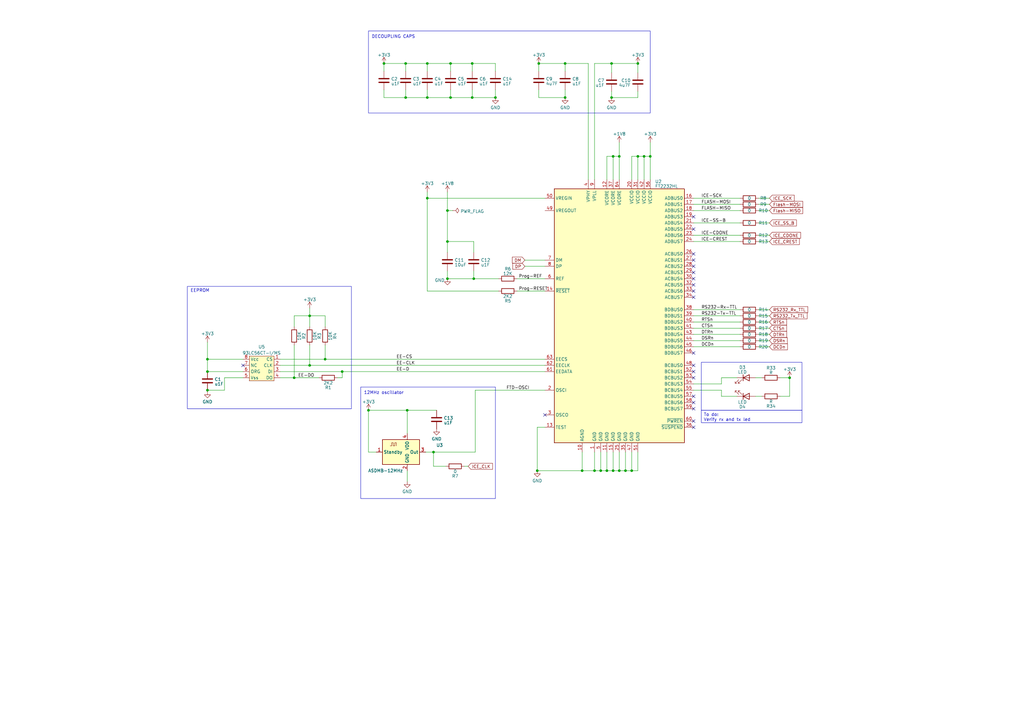
<source format=kicad_sch>
(kicad_sch (version 20230121) (generator eeschema)

  (uuid 64a9b6bb-dbf1-45a8-a8d0-470bad3c8f5e)

  (paper "A3")

  (title_block
    (date "2023-04-22")
    (rev "V0.1")
  )

  (lib_symbols
    (symbol "Device:C" (pin_numbers hide) (pin_names (offset 0.254)) (in_bom yes) (on_board yes)
      (property "Reference" "C" (at 0.635 2.54 0)
        (effects (font (size 1.27 1.27)) (justify left))
      )
      (property "Value" "C" (at 0.635 -2.54 0)
        (effects (font (size 1.27 1.27)) (justify left))
      )
      (property "Footprint" "" (at 0.9652 -3.81 0)
        (effects (font (size 1.27 1.27)) hide)
      )
      (property "Datasheet" "~" (at 0 0 0)
        (effects (font (size 1.27 1.27)) hide)
      )
      (property "ki_keywords" "cap capacitor" (at 0 0 0)
        (effects (font (size 1.27 1.27)) hide)
      )
      (property "ki_description" "Unpolarized capacitor" (at 0 0 0)
        (effects (font (size 1.27 1.27)) hide)
      )
      (property "ki_fp_filters" "C_*" (at 0 0 0)
        (effects (font (size 1.27 1.27)) hide)
      )
      (symbol "C_0_1"
        (polyline
          (pts
            (xy -2.032 -0.762)
            (xy 2.032 -0.762)
          )
          (stroke (width 0.508) (type default))
          (fill (type none))
        )
        (polyline
          (pts
            (xy -2.032 0.762)
            (xy 2.032 0.762)
          )
          (stroke (width 0.508) (type default))
          (fill (type none))
        )
      )
      (symbol "C_1_1"
        (pin passive line (at 0 3.81 270) (length 2.794)
          (name "~" (effects (font (size 1.27 1.27))))
          (number "1" (effects (font (size 1.27 1.27))))
        )
        (pin passive line (at 0 -3.81 90) (length 2.794)
          (name "~" (effects (font (size 1.27 1.27))))
          (number "2" (effects (font (size 1.27 1.27))))
        )
      )
    )
    (symbol "Device:LED" (pin_numbers hide) (pin_names (offset 1.016) hide) (in_bom yes) (on_board yes)
      (property "Reference" "D" (at 0 2.54 0)
        (effects (font (size 1.27 1.27)))
      )
      (property "Value" "LED" (at 0 -2.54 0)
        (effects (font (size 1.27 1.27)))
      )
      (property "Footprint" "" (at 0 0 0)
        (effects (font (size 1.27 1.27)) hide)
      )
      (property "Datasheet" "~" (at 0 0 0)
        (effects (font (size 1.27 1.27)) hide)
      )
      (property "ki_keywords" "LED diode" (at 0 0 0)
        (effects (font (size 1.27 1.27)) hide)
      )
      (property "ki_description" "Light emitting diode" (at 0 0 0)
        (effects (font (size 1.27 1.27)) hide)
      )
      (property "ki_fp_filters" "LED* LED_SMD:* LED_THT:*" (at 0 0 0)
        (effects (font (size 1.27 1.27)) hide)
      )
      (symbol "LED_0_1"
        (polyline
          (pts
            (xy -1.27 -1.27)
            (xy -1.27 1.27)
          )
          (stroke (width 0.254) (type default))
          (fill (type none))
        )
        (polyline
          (pts
            (xy -1.27 0)
            (xy 1.27 0)
          )
          (stroke (width 0) (type default))
          (fill (type none))
        )
        (polyline
          (pts
            (xy 1.27 -1.27)
            (xy 1.27 1.27)
            (xy -1.27 0)
            (xy 1.27 -1.27)
          )
          (stroke (width 0.254) (type default))
          (fill (type none))
        )
        (polyline
          (pts
            (xy -3.048 -0.762)
            (xy -4.572 -2.286)
            (xy -3.81 -2.286)
            (xy -4.572 -2.286)
            (xy -4.572 -1.524)
          )
          (stroke (width 0) (type default))
          (fill (type none))
        )
        (polyline
          (pts
            (xy -1.778 -0.762)
            (xy -3.302 -2.286)
            (xy -2.54 -2.286)
            (xy -3.302 -2.286)
            (xy -3.302 -1.524)
          )
          (stroke (width 0) (type default))
          (fill (type none))
        )
      )
      (symbol "LED_1_1"
        (pin passive line (at -3.81 0 0) (length 2.54)
          (name "K" (effects (font (size 1.27 1.27))))
          (number "1" (effects (font (size 1.27 1.27))))
        )
        (pin passive line (at 3.81 0 180) (length 2.54)
          (name "A" (effects (font (size 1.27 1.27))))
          (number "2" (effects (font (size 1.27 1.27))))
        )
      )
    )
    (symbol "Device:R" (pin_numbers hide) (pin_names (offset 0)) (in_bom yes) (on_board yes)
      (property "Reference" "R" (at 2.032 0 90)
        (effects (font (size 1.27 1.27)))
      )
      (property "Value" "R" (at 0 0 90)
        (effects (font (size 1.27 1.27)))
      )
      (property "Footprint" "" (at -1.778 0 90)
        (effects (font (size 1.27 1.27)) hide)
      )
      (property "Datasheet" "~" (at 0 0 0)
        (effects (font (size 1.27 1.27)) hide)
      )
      (property "ki_keywords" "R res resistor" (at 0 0 0)
        (effects (font (size 1.27 1.27)) hide)
      )
      (property "ki_description" "Resistor" (at 0 0 0)
        (effects (font (size 1.27 1.27)) hide)
      )
      (property "ki_fp_filters" "R_*" (at 0 0 0)
        (effects (font (size 1.27 1.27)) hide)
      )
      (symbol "R_0_1"
        (rectangle (start -1.016 -2.54) (end 1.016 2.54)
          (stroke (width 0.254) (type default))
          (fill (type none))
        )
      )
      (symbol "R_1_1"
        (pin passive line (at 0 3.81 270) (length 1.27)
          (name "~" (effects (font (size 1.27 1.27))))
          (number "1" (effects (font (size 1.27 1.27))))
        )
        (pin passive line (at 0 -3.81 90) (length 1.27)
          (name "~" (effects (font (size 1.27 1.27))))
          (number "2" (effects (font (size 1.27 1.27))))
        )
      )
    )
    (symbol "Interface_USB:FT2232HL" (in_bom yes) (on_board yes)
      (property "Reference" "U" (at -26.67 53.34 0)
        (effects (font (size 1.27 1.27)) (justify left))
      )
      (property "Value" "FT2232HL" (at 19.05 53.34 0)
        (effects (font (size 1.27 1.27)) (justify left))
      )
      (property "Footprint" "Package_QFP:LQFP-64_10x10mm_P0.5mm" (at 0 0 0)
        (effects (font (size 1.27 1.27)) hide)
      )
      (property "Datasheet" "https://www.ftdichip.com/Support/Documents/DataSheets/ICs/DS_FT2232H.pdf" (at 0 0 0)
        (effects (font (size 1.27 1.27)) hide)
      )
      (property "ki_keywords" "USB Double UART FIFO" (at 0 0 0)
        (effects (font (size 1.27 1.27)) hide)
      )
      (property "ki_description" "Hi Speed Double Channel USB UART/FIFO, LQFP-64" (at 0 0 0)
        (effects (font (size 1.27 1.27)) hide)
      )
      (property "ki_fp_filters" "LQFP*10x10mm*P0.5mm*" (at 0 0 0)
        (effects (font (size 1.27 1.27)) hide)
      )
      (symbol "FT2232HL_0_1"
        (rectangle (start -26.67 -52.07) (end 26.67 52.07)
          (stroke (width 0.254) (type default))
          (fill (type background))
        )
      )
      (symbol "FT2232HL_1_1"
        (pin power_in line (at -10.16 -55.88 90) (length 3.81)
          (name "GND" (effects (font (size 1.27 1.27))))
          (number "1" (effects (font (size 1.27 1.27))))
        )
        (pin power_in line (at -15.24 -55.88 90) (length 3.81)
          (name "AGND" (effects (font (size 1.27 1.27))))
          (number "10" (effects (font (size 1.27 1.27))))
        )
        (pin power_in line (at -5.08 -55.88 90) (length 3.81)
          (name "GND" (effects (font (size 1.27 1.27))))
          (number "11" (effects (font (size 1.27 1.27))))
        )
        (pin power_in line (at -5.08 55.88 270) (length 3.81)
          (name "VCORE" (effects (font (size 1.27 1.27))))
          (number "12" (effects (font (size 1.27 1.27))))
        )
        (pin input line (at -30.48 -45.72 0) (length 3.81)
          (name "TEST" (effects (font (size 1.27 1.27))))
          (number "13" (effects (font (size 1.27 1.27))))
        )
        (pin input line (at -30.48 10.16 0) (length 3.81)
          (name "~{RESET}" (effects (font (size 1.27 1.27))))
          (number "14" (effects (font (size 1.27 1.27))))
        )
        (pin power_in line (at -2.54 -55.88 90) (length 3.81)
          (name "GND" (effects (font (size 1.27 1.27))))
          (number "15" (effects (font (size 1.27 1.27))))
        )
        (pin bidirectional line (at 30.48 48.26 180) (length 3.81)
          (name "ADBUS0" (effects (font (size 1.27 1.27))))
          (number "16" (effects (font (size 1.27 1.27))))
        )
        (pin bidirectional line (at 30.48 45.72 180) (length 3.81)
          (name "ADBUS1" (effects (font (size 1.27 1.27))))
          (number "17" (effects (font (size 1.27 1.27))))
        )
        (pin bidirectional line (at 30.48 43.18 180) (length 3.81)
          (name "ADBUS2" (effects (font (size 1.27 1.27))))
          (number "18" (effects (font (size 1.27 1.27))))
        )
        (pin bidirectional line (at 30.48 40.64 180) (length 3.81)
          (name "ADBUS3" (effects (font (size 1.27 1.27))))
          (number "19" (effects (font (size 1.27 1.27))))
        )
        (pin input line (at -30.48 -30.48 0) (length 3.81)
          (name "OSCI" (effects (font (size 1.27 1.27))))
          (number "2" (effects (font (size 1.27 1.27))))
        )
        (pin power_in line (at 5.08 55.88 270) (length 3.81)
          (name "VCCIO" (effects (font (size 1.27 1.27))))
          (number "20" (effects (font (size 1.27 1.27))))
        )
        (pin bidirectional line (at 30.48 38.1 180) (length 3.81)
          (name "ADBUS4" (effects (font (size 1.27 1.27))))
          (number "21" (effects (font (size 1.27 1.27))))
        )
        (pin bidirectional line (at 30.48 35.56 180) (length 3.81)
          (name "ADBUS5" (effects (font (size 1.27 1.27))))
          (number "22" (effects (font (size 1.27 1.27))))
        )
        (pin bidirectional line (at 30.48 33.02 180) (length 3.81)
          (name "ADBUS6" (effects (font (size 1.27 1.27))))
          (number "23" (effects (font (size 1.27 1.27))))
        )
        (pin bidirectional line (at 30.48 30.48 180) (length 3.81)
          (name "ADBUS7" (effects (font (size 1.27 1.27))))
          (number "24" (effects (font (size 1.27 1.27))))
        )
        (pin power_in line (at 0 -55.88 90) (length 3.81)
          (name "GND" (effects (font (size 1.27 1.27))))
          (number "25" (effects (font (size 1.27 1.27))))
        )
        (pin bidirectional line (at 30.48 25.4 180) (length 3.81)
          (name "ACBUS0" (effects (font (size 1.27 1.27))))
          (number "26" (effects (font (size 1.27 1.27))))
        )
        (pin bidirectional line (at 30.48 22.86 180) (length 3.81)
          (name "ACBUS1" (effects (font (size 1.27 1.27))))
          (number "27" (effects (font (size 1.27 1.27))))
        )
        (pin bidirectional line (at 30.48 20.32 180) (length 3.81)
          (name "ACBUS2" (effects (font (size 1.27 1.27))))
          (number "28" (effects (font (size 1.27 1.27))))
        )
        (pin bidirectional line (at 30.48 17.78 180) (length 3.81)
          (name "ACBUS3" (effects (font (size 1.27 1.27))))
          (number "29" (effects (font (size 1.27 1.27))))
        )
        (pin output line (at -30.48 -40.64 0) (length 3.81)
          (name "OSCO" (effects (font (size 1.27 1.27))))
          (number "3" (effects (font (size 1.27 1.27))))
        )
        (pin bidirectional line (at 30.48 15.24 180) (length 3.81)
          (name "ACBUS4" (effects (font (size 1.27 1.27))))
          (number "30" (effects (font (size 1.27 1.27))))
        )
        (pin power_in line (at 7.62 55.88 270) (length 3.81)
          (name "VCCIO" (effects (font (size 1.27 1.27))))
          (number "31" (effects (font (size 1.27 1.27))))
        )
        (pin bidirectional line (at 30.48 12.7 180) (length 3.81)
          (name "ACBUS5" (effects (font (size 1.27 1.27))))
          (number "32" (effects (font (size 1.27 1.27))))
        )
        (pin bidirectional line (at 30.48 10.16 180) (length 3.81)
          (name "ACBUS6" (effects (font (size 1.27 1.27))))
          (number "33" (effects (font (size 1.27 1.27))))
        )
        (pin bidirectional line (at 30.48 7.62 180) (length 3.81)
          (name "ACBUS7" (effects (font (size 1.27 1.27))))
          (number "34" (effects (font (size 1.27 1.27))))
        )
        (pin power_in line (at 2.54 -55.88 90) (length 3.81)
          (name "GND" (effects (font (size 1.27 1.27))))
          (number "35" (effects (font (size 1.27 1.27))))
        )
        (pin output line (at 30.48 -45.72 180) (length 3.81)
          (name "~{SUSPEND}" (effects (font (size 1.27 1.27))))
          (number "36" (effects (font (size 1.27 1.27))))
        )
        (pin power_in line (at -2.54 55.88 270) (length 3.81)
          (name "VCORE" (effects (font (size 1.27 1.27))))
          (number "37" (effects (font (size 1.27 1.27))))
        )
        (pin bidirectional line (at 30.48 2.54 180) (length 3.81)
          (name "BDBUS0" (effects (font (size 1.27 1.27))))
          (number "38" (effects (font (size 1.27 1.27))))
        )
        (pin bidirectional line (at 30.48 0 180) (length 3.81)
          (name "BDBUS1" (effects (font (size 1.27 1.27))))
          (number "39" (effects (font (size 1.27 1.27))))
        )
        (pin power_in line (at -12.7 55.88 270) (length 3.81)
          (name "VPHY" (effects (font (size 1.27 1.27))))
          (number "4" (effects (font (size 1.27 1.27))))
        )
        (pin bidirectional line (at 30.48 -2.54 180) (length 3.81)
          (name "BDBUS2" (effects (font (size 1.27 1.27))))
          (number "40" (effects (font (size 1.27 1.27))))
        )
        (pin bidirectional line (at 30.48 -5.08 180) (length 3.81)
          (name "BDBUS3" (effects (font (size 1.27 1.27))))
          (number "41" (effects (font (size 1.27 1.27))))
        )
        (pin power_in line (at 10.16 55.88 270) (length 3.81)
          (name "VCCIO" (effects (font (size 1.27 1.27))))
          (number "42" (effects (font (size 1.27 1.27))))
        )
        (pin bidirectional line (at 30.48 -7.62 180) (length 3.81)
          (name "BDBUS4" (effects (font (size 1.27 1.27))))
          (number "43" (effects (font (size 1.27 1.27))))
        )
        (pin bidirectional line (at 30.48 -10.16 180) (length 3.81)
          (name "BDBUS5" (effects (font (size 1.27 1.27))))
          (number "44" (effects (font (size 1.27 1.27))))
        )
        (pin bidirectional line (at 30.48 -12.7 180) (length 3.81)
          (name "BDBUS6" (effects (font (size 1.27 1.27))))
          (number "45" (effects (font (size 1.27 1.27))))
        )
        (pin bidirectional line (at 30.48 -15.24 180) (length 3.81)
          (name "BDBUS7" (effects (font (size 1.27 1.27))))
          (number "46" (effects (font (size 1.27 1.27))))
        )
        (pin power_in line (at 5.08 -55.88 90) (length 3.81)
          (name "GND" (effects (font (size 1.27 1.27))))
          (number "47" (effects (font (size 1.27 1.27))))
        )
        (pin bidirectional line (at 30.48 -20.32 180) (length 3.81)
          (name "BCBUS0" (effects (font (size 1.27 1.27))))
          (number "48" (effects (font (size 1.27 1.27))))
        )
        (pin power_out line (at -30.48 43.18 0) (length 3.81)
          (name "VREGOUT" (effects (font (size 1.27 1.27))))
          (number "49" (effects (font (size 1.27 1.27))))
        )
        (pin power_in line (at -7.62 -55.88 90) (length 3.81)
          (name "GND" (effects (font (size 1.27 1.27))))
          (number "5" (effects (font (size 1.27 1.27))))
        )
        (pin power_in line (at -30.48 48.26 0) (length 3.81)
          (name "VREGIN" (effects (font (size 1.27 1.27))))
          (number "50" (effects (font (size 1.27 1.27))))
        )
        (pin power_in line (at 7.62 -55.88 90) (length 3.81)
          (name "GND" (effects (font (size 1.27 1.27))))
          (number "51" (effects (font (size 1.27 1.27))))
        )
        (pin bidirectional line (at 30.48 -22.86 180) (length 3.81)
          (name "BCBUS1" (effects (font (size 1.27 1.27))))
          (number "52" (effects (font (size 1.27 1.27))))
        )
        (pin bidirectional line (at 30.48 -25.4 180) (length 3.81)
          (name "BCBUS2" (effects (font (size 1.27 1.27))))
          (number "53" (effects (font (size 1.27 1.27))))
        )
        (pin bidirectional line (at 30.48 -27.94 180) (length 3.81)
          (name "BCBUS3" (effects (font (size 1.27 1.27))))
          (number "54" (effects (font (size 1.27 1.27))))
        )
        (pin bidirectional line (at 30.48 -30.48 180) (length 3.81)
          (name "BCBUS4" (effects (font (size 1.27 1.27))))
          (number "55" (effects (font (size 1.27 1.27))))
        )
        (pin power_in line (at 12.7 55.88 270) (length 3.81)
          (name "VCCIO" (effects (font (size 1.27 1.27))))
          (number "56" (effects (font (size 1.27 1.27))))
        )
        (pin bidirectional line (at 30.48 -33.02 180) (length 3.81)
          (name "BCBUS5" (effects (font (size 1.27 1.27))))
          (number "57" (effects (font (size 1.27 1.27))))
        )
        (pin bidirectional line (at 30.48 -35.56 180) (length 3.81)
          (name "BCBUS6" (effects (font (size 1.27 1.27))))
          (number "58" (effects (font (size 1.27 1.27))))
        )
        (pin bidirectional line (at 30.48 -38.1 180) (length 3.81)
          (name "BCBUS7" (effects (font (size 1.27 1.27))))
          (number "59" (effects (font (size 1.27 1.27))))
        )
        (pin output line (at -30.48 15.24 0) (length 3.81)
          (name "REF" (effects (font (size 1.27 1.27))))
          (number "6" (effects (font (size 1.27 1.27))))
        )
        (pin output line (at 30.48 -43.18 180) (length 3.81)
          (name "~{PWREN}" (effects (font (size 1.27 1.27))))
          (number "60" (effects (font (size 1.27 1.27))))
        )
        (pin bidirectional line (at -30.48 -22.86 0) (length 3.81)
          (name "EEDATA" (effects (font (size 1.27 1.27))))
          (number "61" (effects (font (size 1.27 1.27))))
        )
        (pin output line (at -30.48 -20.32 0) (length 3.81)
          (name "EECLK" (effects (font (size 1.27 1.27))))
          (number "62" (effects (font (size 1.27 1.27))))
        )
        (pin output line (at -30.48 -17.78 0) (length 3.81)
          (name "EECS" (effects (font (size 1.27 1.27))))
          (number "63" (effects (font (size 1.27 1.27))))
        )
        (pin power_in line (at 0 55.88 270) (length 3.81)
          (name "VCORE" (effects (font (size 1.27 1.27))))
          (number "64" (effects (font (size 1.27 1.27))))
        )
        (pin bidirectional line (at -30.48 22.86 0) (length 3.81)
          (name "DM" (effects (font (size 1.27 1.27))))
          (number "7" (effects (font (size 1.27 1.27))))
        )
        (pin bidirectional line (at -30.48 20.32 0) (length 3.81)
          (name "DP" (effects (font (size 1.27 1.27))))
          (number "8" (effects (font (size 1.27 1.27))))
        )
        (pin input line (at -10.16 55.88 270) (length 3.81)
          (name "VPLL" (effects (font (size 1.27 1.27))))
          (number "9" (effects (font (size 1.27 1.27))))
        )
      )
    )
    (symbol "Oscillator:ASDMB-xxxMHz" (in_bom yes) (on_board yes)
      (property "Reference" "U" (at -6.35 6.35 0)
        (effects (font (size 1.27 1.27)))
      )
      (property "Value" "ASDMB-xxxMHz" (at 11.43 6.35 0)
        (effects (font (size 1.27 1.27)))
      )
      (property "Footprint" "Oscillator:Oscillator_SMD_Abracon_ASDMB-4Pin_2.5x2.0mm" (at 0 0 0)
        (effects (font (size 1.27 1.27)) hide)
      )
      (property "Datasheet" "https://abracon.com/Oscillators/ASDMB.pdf" (at 7.62 11.43 0)
        (effects (font (size 1.27 1.27)) hide)
      )
      (property "ki_keywords" "1.8-3.3V SMD Ultra Miniature Crystal Clock Oscillator" (at 0 0 0)
        (effects (font (size 1.27 1.27)) hide)
      )
      (property "ki_description" "1.8-3.3V SMD Ultra Miniature Crystal Clock Oscillator, Abracon" (at 0 0 0)
        (effects (font (size 1.27 1.27)) hide)
      )
      (property "ki_fp_filters" "Oscillator*SMD*Abracon*ASDMB*2.5x2.0mm*" (at 0 0 0)
        (effects (font (size 1.27 1.27)) hide)
      )
      (symbol "ASDMB-xxxMHz_1_1"
        (rectangle (start -7.62 5.08) (end 7.62 -5.08)
          (stroke (width 0.254) (type default))
          (fill (type background))
        )
        (polyline
          (pts
            (xy -4.445 2.54)
            (xy -3.81 2.54)
            (xy -3.81 3.81)
            (xy -3.175 3.81)
            (xy -3.175 2.54)
            (xy -2.54 2.54)
            (xy -2.54 3.81)
            (xy -1.905 3.81)
            (xy -1.905 2.54)
          )
          (stroke (width 0) (type default))
          (fill (type none))
        )
        (pin input line (at -10.16 0 0) (length 2.54)
          (name "Standby" (effects (font (size 1.27 1.27))))
          (number "1" (effects (font (size 1.27 1.27))))
        )
        (pin power_in line (at 2.54 -7.62 90) (length 2.54)
          (name "GND" (effects (font (size 1.27 1.27))))
          (number "2" (effects (font (size 1.27 1.27))))
        )
        (pin output line (at 10.16 0 180) (length 2.54)
          (name "Out" (effects (font (size 1.27 1.27))))
          (number "3" (effects (font (size 1.27 1.27))))
        )
        (pin power_in line (at 2.54 7.62 270) (length 2.54)
          (name "VDD" (effects (font (size 1.27 1.27))))
          (number "4" (effects (font (size 1.27 1.27))))
        )
      )
    )
    (symbol "UFO_PARTS:93LC56CT-I/MS" (in_bom yes) (on_board yes)
      (property "Reference" "U" (at 0 3.175 0)
        (effects (font (size 1.27 1.27)))
      )
      (property "Value" "93LC56CT-I/MS" (at 0 1.27 0)
        (effects (font (size 1.27 1.27)))
      )
      (property "Footprint" "" (at 0 0 0)
        (effects (font (size 1.27 1.27)) hide)
      )
      (property "Datasheet" "https://nl.mouser.com/datasheet/2/268/21794b-74044.pdf" (at 0.635 -13.335 0)
        (effects (font (size 1.27 1.27)) hide)
      )
      (symbol "93LC56CT-I/MS_1_1"
        (rectangle (start -5.08 -1.27) (end 5.08 -11.43)
          (stroke (width 0) (type default))
          (fill (type background))
        )
        (pin input line (at -7.62 -2.54 0) (length 2.54)
          (name "CS" (effects (font (size 1.27 1.27))))
          (number "1" (effects (font (size 1.27 1.27))))
        )
        (pin input line (at -7.62 -5.08 0) (length 2.54)
          (name "CLK" (effects (font (size 1.27 1.27))))
          (number "2" (effects (font (size 1.27 1.27))))
        )
        (pin input line (at -7.62 -7.62 0) (length 2.54)
          (name "DI" (effects (font (size 1.27 1.27))))
          (number "3" (effects (font (size 1.27 1.27))))
        )
        (pin output line (at -7.62 -10.16 0) (length 2.54)
          (name "DO" (effects (font (size 1.27 1.27))))
          (number "4" (effects (font (size 1.27 1.27))))
        )
        (pin power_in line (at 7.62 -10.16 180) (length 2.54)
          (name "Vss" (effects (font (size 1.27 1.27))))
          (number "5" (effects (font (size 1.27 1.27))))
        )
        (pin input line (at 7.62 -7.62 180) (length 2.54)
          (name "ORG" (effects (font (size 1.27 1.27))))
          (number "6" (effects (font (size 1.27 1.27))))
        )
        (pin unspecified line (at 7.62 -5.08 180) (length 2.54)
          (name "NC" (effects (font (size 1.27 1.27))))
          (number "7" (effects (font (size 1.27 1.27))))
        )
        (pin passive line (at 7.62 -2.54 180) (length 2.54)
          (name "Vcc" (effects (font (size 1.27 1.27))))
          (number "8" (effects (font (size 1.27 1.27))))
        )
      )
    )
    (symbol "power:+1V8" (power) (pin_names (offset 0)) (in_bom yes) (on_board yes)
      (property "Reference" "#PWR" (at 0 -3.81 0)
        (effects (font (size 1.27 1.27)) hide)
      )
      (property "Value" "+1V8" (at 0 3.556 0)
        (effects (font (size 1.27 1.27)))
      )
      (property "Footprint" "" (at 0 0 0)
        (effects (font (size 1.27 1.27)) hide)
      )
      (property "Datasheet" "" (at 0 0 0)
        (effects (font (size 1.27 1.27)) hide)
      )
      (property "ki_keywords" "global power" (at 0 0 0)
        (effects (font (size 1.27 1.27)) hide)
      )
      (property "ki_description" "Power symbol creates a global label with name \"+1V8\"" (at 0 0 0)
        (effects (font (size 1.27 1.27)) hide)
      )
      (symbol "+1V8_0_1"
        (polyline
          (pts
            (xy -0.762 1.27)
            (xy 0 2.54)
          )
          (stroke (width 0) (type default))
          (fill (type none))
        )
        (polyline
          (pts
            (xy 0 0)
            (xy 0 2.54)
          )
          (stroke (width 0) (type default))
          (fill (type none))
        )
        (polyline
          (pts
            (xy 0 2.54)
            (xy 0.762 1.27)
          )
          (stroke (width 0) (type default))
          (fill (type none))
        )
      )
      (symbol "+1V8_1_1"
        (pin power_in line (at 0 0 90) (length 0) hide
          (name "+1V8" (effects (font (size 1.27 1.27))))
          (number "1" (effects (font (size 1.27 1.27))))
        )
      )
    )
    (symbol "power:+3V3" (power) (pin_names (offset 0)) (in_bom yes) (on_board yes)
      (property "Reference" "#PWR" (at 0 -3.81 0)
        (effects (font (size 1.27 1.27)) hide)
      )
      (property "Value" "+3V3" (at 0 3.556 0)
        (effects (font (size 1.27 1.27)))
      )
      (property "Footprint" "" (at 0 0 0)
        (effects (font (size 1.27 1.27)) hide)
      )
      (property "Datasheet" "" (at 0 0 0)
        (effects (font (size 1.27 1.27)) hide)
      )
      (property "ki_keywords" "global power" (at 0 0 0)
        (effects (font (size 1.27 1.27)) hide)
      )
      (property "ki_description" "Power symbol creates a global label with name \"+3V3\"" (at 0 0 0)
        (effects (font (size 1.27 1.27)) hide)
      )
      (symbol "+3V3_0_1"
        (polyline
          (pts
            (xy -0.762 1.27)
            (xy 0 2.54)
          )
          (stroke (width 0) (type default))
          (fill (type none))
        )
        (polyline
          (pts
            (xy 0 0)
            (xy 0 2.54)
          )
          (stroke (width 0) (type default))
          (fill (type none))
        )
        (polyline
          (pts
            (xy 0 2.54)
            (xy 0.762 1.27)
          )
          (stroke (width 0) (type default))
          (fill (type none))
        )
      )
      (symbol "+3V3_1_1"
        (pin power_in line (at 0 0 90) (length 0) hide
          (name "+3V3" (effects (font (size 1.27 1.27))))
          (number "1" (effects (font (size 1.27 1.27))))
        )
      )
    )
    (symbol "power:GND" (power) (pin_names (offset 0)) (in_bom yes) (on_board yes)
      (property "Reference" "#PWR" (at 0 -6.35 0)
        (effects (font (size 1.27 1.27)) hide)
      )
      (property "Value" "GND" (at 0 -3.81 0)
        (effects (font (size 1.27 1.27)))
      )
      (property "Footprint" "" (at 0 0 0)
        (effects (font (size 1.27 1.27)) hide)
      )
      (property "Datasheet" "" (at 0 0 0)
        (effects (font (size 1.27 1.27)) hide)
      )
      (property "ki_keywords" "global power" (at 0 0 0)
        (effects (font (size 1.27 1.27)) hide)
      )
      (property "ki_description" "Power symbol creates a global label with name \"GND\" , ground" (at 0 0 0)
        (effects (font (size 1.27 1.27)) hide)
      )
      (symbol "GND_0_1"
        (polyline
          (pts
            (xy 0 0)
            (xy 0 -1.27)
            (xy 1.27 -1.27)
            (xy 0 -2.54)
            (xy -1.27 -1.27)
            (xy 0 -1.27)
          )
          (stroke (width 0) (type default))
          (fill (type none))
        )
      )
      (symbol "GND_1_1"
        (pin power_in line (at 0 0 270) (length 0) hide
          (name "GND" (effects (font (size 1.27 1.27))))
          (number "1" (effects (font (size 1.27 1.27))))
        )
      )
    )
    (symbol "power:PWR_FLAG" (power) (pin_numbers hide) (pin_names (offset 0) hide) (in_bom yes) (on_board yes)
      (property "Reference" "#FLG" (at 0 1.905 0)
        (effects (font (size 1.27 1.27)) hide)
      )
      (property "Value" "PWR_FLAG" (at 0 3.81 0)
        (effects (font (size 1.27 1.27)))
      )
      (property "Footprint" "" (at 0 0 0)
        (effects (font (size 1.27 1.27)) hide)
      )
      (property "Datasheet" "~" (at 0 0 0)
        (effects (font (size 1.27 1.27)) hide)
      )
      (property "ki_keywords" "flag power" (at 0 0 0)
        (effects (font (size 1.27 1.27)) hide)
      )
      (property "ki_description" "Special symbol for telling ERC where power comes from" (at 0 0 0)
        (effects (font (size 1.27 1.27)) hide)
      )
      (symbol "PWR_FLAG_0_0"
        (pin power_out line (at 0 0 90) (length 0)
          (name "pwr" (effects (font (size 1.27 1.27))))
          (number "1" (effects (font (size 1.27 1.27))))
        )
      )
      (symbol "PWR_FLAG_0_1"
        (polyline
          (pts
            (xy 0 0)
            (xy 0 1.27)
            (xy -1.016 1.905)
            (xy 0 2.54)
            (xy 1.016 1.905)
            (xy 0 1.27)
          )
          (stroke (width 0) (type default))
          (fill (type none))
        )
      )
    )
  )

  (junction (at 264.16 64.135) (diameter 0) (color 0 0 0 0)
    (uuid 09c5c065-a387-41ac-86d0-460f21e8a163)
  )
  (junction (at 254 64.135) (diameter 0) (color 0 0 0 0)
    (uuid 0a977b83-d802-425b-8346-1bc9d2e7df94)
  )
  (junction (at 250.825 26.035) (diameter 0) (color 0 0 0 0)
    (uuid 168da82a-4cb2-43ee-b750-d86b9df7ca66)
  )
  (junction (at 193.675 40.005) (diameter 0) (color 0 0 0 0)
    (uuid 2869af1e-32c2-4230-b05b-4cee1fa98473)
  )
  (junction (at 256.54 193.04) (diameter 0) (color 0 0 0 0)
    (uuid 323c6c8a-e961-45ca-8e7e-72beaeb9aa6a)
  )
  (junction (at 166.37 40.005) (diameter 0) (color 0 0 0 0)
    (uuid 34d90a88-b855-4976-9f1e-6759fff5a3ea)
  )
  (junction (at 175.26 26.035) (diameter 0) (color 0 0 0 0)
    (uuid 39148a05-b9e8-4029-938c-72ca8193d450)
  )
  (junction (at 251.46 193.04) (diameter 0) (color 0 0 0 0)
    (uuid 3db07fbe-fd5b-4f7f-b01b-36e59bb2377b)
  )
  (junction (at 157.48 26.035) (diameter 0) (color 0 0 0 0)
    (uuid 3f887f65-d8aa-49f6-bef2-86afadc4ab52)
  )
  (junction (at 250.825 40.005) (diameter 0) (color 0 0 0 0)
    (uuid 3f9c4545-777b-42b5-90e7-a166061191e8)
  )
  (junction (at 194.31 114.3) (diameter 0) (color 0 0 0 0)
    (uuid 478b5bbe-7a4d-453c-9b08-aa6bb4c1a775)
  )
  (junction (at 127 149.86) (diameter 0) (color 0 0 0 0)
    (uuid 4c405670-6e8a-4bf4-b396-e0f8262e9d3c)
  )
  (junction (at 184.785 26.035) (diameter 0) (color 0 0 0 0)
    (uuid 5dd5b1db-99b5-4174-932b-6a1df9f4ca0d)
  )
  (junction (at 166.37 26.035) (diameter 0) (color 0 0 0 0)
    (uuid 63e8a841-a141-452a-b659-243ab266a56f)
  )
  (junction (at 133.35 147.32) (diameter 0) (color 0 0 0 0)
    (uuid 6c5e8819-e965-48c2-ad16-86889b8b3473)
  )
  (junction (at 231.775 26.035) (diameter 0) (color 0 0 0 0)
    (uuid 75584aa5-34f4-4f0f-9fb5-fe50850df79c)
  )
  (junction (at 175.26 81.28) (diameter 0) (color 0 0 0 0)
    (uuid 7735e5c1-db4f-41ee-bd12-cceb73872f5b)
  )
  (junction (at 151.13 168.275) (diameter 0) (color 0 0 0 0)
    (uuid 85bc0ea3-7c4c-4541-a4d7-c5d84ff63214)
  )
  (junction (at 254 193.04) (diameter 0) (color 0 0 0 0)
    (uuid 8d2ae76f-f431-4b5e-9997-a2e02797c2cb)
  )
  (junction (at 261.62 64.135) (diameter 0) (color 0 0 0 0)
    (uuid 94e79963-1216-4f0a-b1fa-ae145d700df3)
  )
  (junction (at 248.92 193.04) (diameter 0) (color 0 0 0 0)
    (uuid 96748d6a-a841-454f-aabd-fb91bc92ad6e)
  )
  (junction (at 323.85 154.94) (diameter 0) (color 0 0 0 0)
    (uuid 9b2c9b50-7893-4a68-8903-55e47805c0ef)
  )
  (junction (at 183.515 86.36) (diameter 0) (color 0 0 0 0)
    (uuid a41c48c9-3188-4bbf-a47b-a5e3086f6d7a)
  )
  (junction (at 220.345 193.04) (diameter 0) (color 0 0 0 0)
    (uuid a549ce94-389e-492b-b9b9-dd4d8acc4df9)
  )
  (junction (at 175.26 40.005) (diameter 0) (color 0 0 0 0)
    (uuid b03eb069-0d8b-469c-86b1-3716577e46f2)
  )
  (junction (at 266.7 64.135) (diameter 0) (color 0 0 0 0)
    (uuid baa158cf-984f-4676-a985-e4f01f9328d3)
  )
  (junction (at 85.09 147.32) (diameter 0) (color 0 0 0 0)
    (uuid bb4e3bc5-9fe8-4911-a43a-9f93a8798c8c)
  )
  (junction (at 140.335 152.4) (diameter 0) (color 0 0 0 0)
    (uuid c6702d96-d132-46e2-96a3-11e131dec70b)
  )
  (junction (at 183.515 99.06) (diameter 0) (color 0 0 0 0)
    (uuid c8e5ad01-e43a-438f-b5c7-e4c5d2c65a2c)
  )
  (junction (at 85.09 152.4) (diameter 0) (color 0 0 0 0)
    (uuid cbf5b968-0766-4bc5-803d-827df5d1b2f8)
  )
  (junction (at 231.775 40.005) (diameter 0) (color 0 0 0 0)
    (uuid cd5cc8c7-0120-4259-9495-41524c67a20b)
  )
  (junction (at 167.005 168.275) (diameter 0) (color 0 0 0 0)
    (uuid d0204467-36a6-4570-ac95-129a8cc4b662)
  )
  (junction (at 220.98 26.035) (diameter 0) (color 0 0 0 0)
    (uuid d2861571-166e-4049-ac3f-3a795ce36a4d)
  )
  (junction (at 127 129.54) (diameter 0) (color 0 0 0 0)
    (uuid d4e3477a-4c4c-4b06-aa60-206ec5f4d2f7)
  )
  (junction (at 246.38 193.04) (diameter 0) (color 0 0 0 0)
    (uuid dcc63620-2073-4287-b214-6ec12264e327)
  )
  (junction (at 259.08 193.04) (diameter 0) (color 0 0 0 0)
    (uuid e08cf9cb-a04a-4c24-8e51-3a3e93be249a)
  )
  (junction (at 120.65 154.94) (diameter 0) (color 0 0 0 0)
    (uuid e19e1889-3082-46a4-8d51-ec13c6a1a861)
  )
  (junction (at 238.76 193.04) (diameter 0) (color 0 0 0 0)
    (uuid e27427ff-d7db-4635-8890-f3353b49e76a)
  )
  (junction (at 177.8 185.42) (diameter 0) (color 0 0 0 0)
    (uuid e3bec34b-6a89-4994-beb0-c347a4436cd8)
  )
  (junction (at 203.2 40.005) (diameter 0) (color 0 0 0 0)
    (uuid e3eb828d-1b35-4fc2-874b-9ed50ae8e9ef)
  )
  (junction (at 261.62 26.035) (diameter 0) (color 0 0 0 0)
    (uuid e46e57f5-8a46-4c6c-ae1a-35c7fdac9682)
  )
  (junction (at 243.84 193.04) (diameter 0) (color 0 0 0 0)
    (uuid e63cd6b0-91e9-43e4-8fea-7e8ffcdf6f80)
  )
  (junction (at 85.09 160.02) (diameter 0) (color 0 0 0 0)
    (uuid eab70608-53ea-46a0-8ea2-0370582637b1)
  )
  (junction (at 193.675 26.035) (diameter 0) (color 0 0 0 0)
    (uuid ebb7ae06-f8a4-476c-a2c6-9cc5c805fd67)
  )
  (junction (at 251.46 64.135) (diameter 0) (color 0 0 0 0)
    (uuid ec0737b6-710d-4b09-ba11-77104d8bcf97)
  )
  (junction (at 184.785 40.005) (diameter 0) (color 0 0 0 0)
    (uuid f860540b-3e9c-49a2-b358-b42069553d8d)
  )
  (junction (at 183.515 114.3) (diameter 0) (color 0 0 0 0)
    (uuid f9e8a304-9b4a-4277-af16-b0135e9970fb)
  )

  (no_connect (at 284.48 167.64) (uuid 17245f86-f232-4da8-9ce4-6f9074a53a59))
  (no_connect (at 284.48 106.68) (uuid 25c9dbd0-54bb-416a-826b-d51f890649b1))
  (no_connect (at 284.48 144.78) (uuid 32fc832a-8df2-4008-a454-68fbfb8e4aae))
  (no_connect (at 223.52 170.18) (uuid 364f09e2-8e0d-4ae8-a697-e688a50b7387))
  (no_connect (at 284.48 114.3) (uuid 406343a6-fba5-449d-b06e-e6c0506c7dfb))
  (no_connect (at 284.48 162.56) (uuid 53422bd2-2cdb-4055-b3d6-820742dd4b1e))
  (no_connect (at 284.48 149.86) (uuid 53fbae57-4c6e-458d-bf90-d198589a4a18))
  (no_connect (at 284.48 88.9) (uuid 5ac350f2-0fd4-4e77-be11-f103300f8d2f))
  (no_connect (at 284.48 119.38) (uuid 5c5949ee-6210-437c-8d66-3f926fcc7159))
  (no_connect (at 284.48 104.14) (uuid 666aa654-e496-4ac7-a7c7-36beba99e238))
  (no_connect (at 284.48 109.22) (uuid 6f981a4c-e461-465a-8def-4db76439ac68))
  (no_connect (at 284.48 152.4) (uuid 7551c437-d646-4d68-9189-43d9ba015dc5))
  (no_connect (at 284.48 121.92) (uuid 7ba4a27e-0475-4e22-a2a8-deb12135351c))
  (no_connect (at 284.48 111.76) (uuid 8d6d914b-012e-4c17-8cd3-27c133b625e7))
  (no_connect (at 284.48 154.94) (uuid d4d30a2a-f08a-4d04-b5be-54e76b8b4103))
  (no_connect (at 284.48 116.84) (uuid d59deae0-164a-464e-800b-941382a64277))
  (no_connect (at 284.48 175.26) (uuid da236c96-5d31-4ad3-98c3-82db684717cf))
  (no_connect (at 284.48 165.1) (uuid e00f884d-a236-4f44-88ef-f772dd9c9808))
  (no_connect (at 99.695 149.86) (uuid e8245446-7d9f-4e7f-a660-9978300aabb2))
  (no_connect (at 284.48 93.98) (uuid eb8e1667-4d3b-417a-9545-808d2b410711))
  (no_connect (at 284.48 172.72) (uuid fe9fe7ef-d566-46a0-a040-b0595d63116d))

  (wire (pts (xy 183.515 111.125) (xy 183.515 114.3))
    (stroke (width 0) (type default))
    (uuid 0011efbc-89ab-4d5b-84d8-f502b763ff70)
  )
  (wire (pts (xy 175.26 78.74) (xy 175.26 81.28))
    (stroke (width 0) (type default))
    (uuid 0399aa97-8cde-4285-9eaa-981fa776f9d8)
  )
  (wire (pts (xy 167.005 168.275) (xy 167.005 177.8))
    (stroke (width 0) (type default))
    (uuid 04a287fd-32d5-44b4-b276-5395c34e7c3e)
  )
  (wire (pts (xy 254 64.135) (xy 254 73.66))
    (stroke (width 0) (type default))
    (uuid 05232c9c-1180-442f-9b0a-0b27619e5300)
  )
  (wire (pts (xy 140.335 154.94) (xy 140.335 152.4))
    (stroke (width 0) (type default))
    (uuid 07802afa-3cc5-49df-a47d-0718abfa792b)
  )
  (wire (pts (xy 295.91 154.94) (xy 295.91 157.48))
    (stroke (width 0) (type default))
    (uuid 07ae6d0b-e6fe-40e3-82e4-4708ed105300)
  )
  (wire (pts (xy 246.38 185.42) (xy 246.38 193.04))
    (stroke (width 0) (type default))
    (uuid 080b5917-d661-4221-80ee-88e0fd15c25a)
  )
  (wire (pts (xy 194.31 114.3) (xy 204.47 114.3))
    (stroke (width 0) (type default))
    (uuid 0832addf-74fb-4466-a674-8e11b3f17f1d)
  )
  (wire (pts (xy 194.31 111.125) (xy 194.31 114.3))
    (stroke (width 0) (type default))
    (uuid 08cf92a0-a377-4dd2-9a96-cbc7ba90e9af)
  )
  (wire (pts (xy 220.98 40.005) (xy 231.775 40.005))
    (stroke (width 0) (type default))
    (uuid 0a36b104-dcd7-4591-a3da-8152fbee56cf)
  )
  (wire (pts (xy 250.825 40.005) (xy 250.825 37.465))
    (stroke (width 0) (type default))
    (uuid 0b9b1aff-00e9-4ba6-8df9-5f017f2d1760)
  )
  (wire (pts (xy 194.945 160.02) (xy 194.945 185.42))
    (stroke (width 0) (type default))
    (uuid 0e5b9c94-6352-422a-9753-02e384d36a73)
  )
  (wire (pts (xy 284.48 91.44) (xy 303.53 91.44))
    (stroke (width 0) (type default))
    (uuid 0f210c45-ea9f-4729-a5c7-f21ba846f1e8)
  )
  (wire (pts (xy 248.92 64.135) (xy 251.46 64.135))
    (stroke (width 0) (type default))
    (uuid 10072112-8faf-4c3b-a378-340f963fc873)
  )
  (wire (pts (xy 157.48 26.035) (xy 166.37 26.035))
    (stroke (width 0) (type default))
    (uuid 117822c0-c87c-4180-b31c-bc647e641e42)
  )
  (wire (pts (xy 85.09 147.32) (xy 99.695 147.32))
    (stroke (width 0) (type default))
    (uuid 117d9e57-675a-4631-b223-a35345830591)
  )
  (wire (pts (xy 215.265 106.68) (xy 223.52 106.68))
    (stroke (width 0) (type default))
    (uuid 11cf1c56-237d-4b3c-b5b4-43e6f730c012)
  )
  (wire (pts (xy 311.15 132.08) (xy 315.595 132.08))
    (stroke (width 0) (type default))
    (uuid 1249c148-c59a-4781-9597-3f55c3b788fa)
  )
  (wire (pts (xy 243.84 26.035) (xy 250.825 26.035))
    (stroke (width 0) (type default))
    (uuid 16651cc4-ce03-4bd8-9a95-fa2b432f0d0a)
  )
  (wire (pts (xy 85.09 152.4) (xy 99.695 152.4))
    (stroke (width 0) (type default))
    (uuid 183e09d0-24da-4445-b8d9-295f01d3ada9)
  )
  (wire (pts (xy 266.7 73.66) (xy 266.7 64.135))
    (stroke (width 0) (type default))
    (uuid 184ad25b-d5b1-47d3-866e-beb0f1f154f2)
  )
  (wire (pts (xy 215.265 109.22) (xy 223.52 109.22))
    (stroke (width 0) (type default))
    (uuid 1e6d4990-6f5c-4d58-99b1-75c243ad54fd)
  )
  (wire (pts (xy 284.48 134.62) (xy 303.53 134.62))
    (stroke (width 0) (type default))
    (uuid 1eec369f-d41c-41bd-b9ac-0e2946793109)
  )
  (wire (pts (xy 266.7 64.135) (xy 264.16 64.135))
    (stroke (width 0) (type default))
    (uuid 1f8360b3-0cde-4792-affc-b2d18ad009a4)
  )
  (wire (pts (xy 250.825 26.035) (xy 250.825 29.845))
    (stroke (width 0) (type default))
    (uuid 22c63b98-ae1f-41c0-bed0-05001a7b02bd)
  )
  (wire (pts (xy 120.65 141.605) (xy 120.65 154.94))
    (stroke (width 0) (type default))
    (uuid 2305018f-1f01-423e-ab43-3505263f26d2)
  )
  (wire (pts (xy 177.8 185.42) (xy 177.8 191.262))
    (stroke (width 0) (type default))
    (uuid 242dc159-e27b-4bfe-b7a4-1e380d3aa08f)
  )
  (wire (pts (xy 259.08 64.135) (xy 259.08 73.66))
    (stroke (width 0) (type default))
    (uuid 2770904a-1461-4027-8a84-c013ed8b2d85)
  )
  (wire (pts (xy 261.62 193.04) (xy 261.62 185.42))
    (stroke (width 0) (type default))
    (uuid 2875a190-dfe4-4673-9a48-b3efced414e9)
  )
  (wire (pts (xy 243.84 26.035) (xy 243.84 73.66))
    (stroke (width 0) (type default))
    (uuid 2baa147b-a90d-492b-bb4a-2eb12fa67926)
  )
  (wire (pts (xy 241.3 26.035) (xy 231.775 26.035))
    (stroke (width 0) (type default))
    (uuid 2d577368-039b-4a18-ad0f-d750e7b398bc)
  )
  (wire (pts (xy 92.075 160.02) (xy 85.09 160.02))
    (stroke (width 0) (type default))
    (uuid 2ebc792d-ad57-4127-bb02-9fc1b4236532)
  )
  (wire (pts (xy 151.13 168.275) (xy 151.13 185.42))
    (stroke (width 0) (type default))
    (uuid 3080f6b1-19dc-4e6b-a69e-5a702dd72ae5)
  )
  (wire (pts (xy 127 129.54) (xy 127 133.985))
    (stroke (width 0) (type default))
    (uuid 3087da28-b025-4f78-ab8c-bd530b2e0fcd)
  )
  (wire (pts (xy 193.675 26.035) (xy 203.2 26.035))
    (stroke (width 0) (type default))
    (uuid 3221f932-7051-49de-a5bd-4621f35c315a)
  )
  (wire (pts (xy 177.8 185.42) (xy 194.945 185.42))
    (stroke (width 0) (type default))
    (uuid 32911a45-2694-4bcc-90b7-f27c1cf6ce0b)
  )
  (wire (pts (xy 85.09 160.02) (xy 85.09 160.655))
    (stroke (width 0) (type default))
    (uuid 32ef106b-785c-484e-b82b-7e31e725f052)
  )
  (wire (pts (xy 184.785 26.035) (xy 184.785 29.21))
    (stroke (width 0) (type default))
    (uuid 3520528f-062f-4854-a5b3-a64b503a91b2)
  )
  (wire (pts (xy 133.35 147.32) (xy 223.52 147.32))
    (stroke (width 0) (type default))
    (uuid 353668ba-ceb2-45ce-b4c8-512964ca2572)
  )
  (wire (pts (xy 261.62 64.135) (xy 259.08 64.135))
    (stroke (width 0) (type default))
    (uuid 35487303-23b7-43d3-9bae-c1496312a371)
  )
  (wire (pts (xy 193.675 40.005) (xy 193.675 36.83))
    (stroke (width 0) (type default))
    (uuid 37f970d5-9bd0-4f47-b957-df42954b5c9a)
  )
  (wire (pts (xy 248.92 73.66) (xy 248.92 64.135))
    (stroke (width 0) (type default))
    (uuid 3a3f2711-359f-4bfa-b0f3-f63f2c541c40)
  )
  (wire (pts (xy 157.48 40.005) (xy 166.37 40.005))
    (stroke (width 0) (type default))
    (uuid 3feff725-335d-434d-8c3c-ca1388ecc77d)
  )
  (wire (pts (xy 183.515 103.505) (xy 183.515 99.06))
    (stroke (width 0) (type default))
    (uuid 40696a2e-fba6-4f5f-9309-c5e797b5b15c)
  )
  (wire (pts (xy 238.76 185.42) (xy 238.76 193.04))
    (stroke (width 0) (type default))
    (uuid 40a0418e-d4b3-44e0-b3d6-cabc9fabb406)
  )
  (wire (pts (xy 203.2 26.035) (xy 203.2 29.21))
    (stroke (width 0) (type default))
    (uuid 40e5931b-4cb6-41f2-8a75-9872570369df)
  )
  (wire (pts (xy 212.09 114.3) (xy 223.52 114.3))
    (stroke (width 0) (type default))
    (uuid 40f2b185-ec1f-4303-8a53-4edb42deefa8)
  )
  (wire (pts (xy 284.48 86.36) (xy 303.53 86.36))
    (stroke (width 0) (type default))
    (uuid 43c5866c-c597-4cb9-8fd6-106d65d8f428)
  )
  (wire (pts (xy 231.775 26.035) (xy 231.775 29.21))
    (stroke (width 0) (type default))
    (uuid 46957292-95a0-46bb-b1f9-5500c7db0037)
  )
  (wire (pts (xy 175.26 81.28) (xy 223.52 81.28))
    (stroke (width 0) (type default))
    (uuid 47cd3bcf-c3af-49d6-8af0-47d87729ce11)
  )
  (wire (pts (xy 254 185.42) (xy 254 193.04))
    (stroke (width 0) (type default))
    (uuid 49510d4f-3dea-4a4d-a9a2-1d422720a042)
  )
  (wire (pts (xy 251.46 185.42) (xy 251.46 193.04))
    (stroke (width 0) (type default))
    (uuid 4a5d73df-14fc-4118-9aca-f894b0a9a8f6)
  )
  (wire (pts (xy 261.62 37.465) (xy 261.62 40.005))
    (stroke (width 0) (type default))
    (uuid 4d32f54d-9ad9-4fd4-a68c-338a38e94390)
  )
  (wire (pts (xy 183.515 99.06) (xy 194.31 99.06))
    (stroke (width 0) (type default))
    (uuid 4e8b8e13-5643-4a11-9d67-077c98f81be9)
  )
  (wire (pts (xy 261.62 64.135) (xy 261.62 73.66))
    (stroke (width 0) (type default))
    (uuid 4fe627c4-4c0c-44fd-9626-77737448a538)
  )
  (wire (pts (xy 184.785 40.005) (xy 193.675 40.005))
    (stroke (width 0) (type default))
    (uuid 50e5aa94-69fc-452c-bd4c-54ddf74db519)
  )
  (wire (pts (xy 284.48 132.08) (xy 303.53 132.08))
    (stroke (width 0) (type default))
    (uuid 5297f415-45de-4d63-98b0-43cee8f4c2f7)
  )
  (wire (pts (xy 309.88 162.56) (xy 312.42 162.56))
    (stroke (width 0) (type default))
    (uuid 539d93de-ba7d-43d6-a5ee-81d509609268)
  )
  (wire (pts (xy 175.26 40.005) (xy 184.785 40.005))
    (stroke (width 0) (type default))
    (uuid 55090840-3089-4c4d-bfb9-bec24b0d066e)
  )
  (wire (pts (xy 264.16 64.135) (xy 264.16 73.66))
    (stroke (width 0) (type default))
    (uuid 55d3ede0-242e-468d-b956-4965f4d980b1)
  )
  (wire (pts (xy 166.37 36.83) (xy 166.37 40.005))
    (stroke (width 0) (type default))
    (uuid 55fd134d-663b-4bee-86a9-0a85b2ad2594)
  )
  (wire (pts (xy 175.26 36.83) (xy 175.26 40.005))
    (stroke (width 0) (type default))
    (uuid 56ab3dc2-a76e-4ba4-9e2a-be8ce8187668)
  )
  (wire (pts (xy 175.26 26.035) (xy 184.785 26.035))
    (stroke (width 0) (type default))
    (uuid 57dc10ec-a87f-4d7d-87ef-7a7c13561bf1)
  )
  (wire (pts (xy 284.48 127) (xy 303.53 127))
    (stroke (width 0) (type default))
    (uuid 580ab6c5-3e83-4d9f-98f6-005f4ec3f4cb)
  )
  (wire (pts (xy 284.48 96.52) (xy 303.53 96.52))
    (stroke (width 0) (type default))
    (uuid 58d6ee52-d268-48bc-8f4d-fd0bbd05705f)
  )
  (wire (pts (xy 212.09 119.38) (xy 223.52 119.38))
    (stroke (width 0) (type default))
    (uuid 5ae703e1-b8a7-4d33-832a-9fc948581c38)
  )
  (wire (pts (xy 266.7 58.42) (xy 266.7 64.135))
    (stroke (width 0) (type default))
    (uuid 5c07e48d-42ab-4892-a73d-84e961f59f5a)
  )
  (wire (pts (xy 261.62 40.005) (xy 250.825 40.005))
    (stroke (width 0) (type default))
    (uuid 5c20ea4b-a714-499a-9500-ea8473bdbdf1)
  )
  (wire (pts (xy 323.85 154.94) (xy 320.04 154.94))
    (stroke (width 0) (type default))
    (uuid 5d48be5e-aa11-46b1-985a-71419dc2ce85)
  )
  (wire (pts (xy 114.935 152.4) (xy 140.335 152.4))
    (stroke (width 0) (type default))
    (uuid 5de2c7c7-5ff6-4126-b8af-fbeae093f519)
  )
  (wire (pts (xy 264.16 64.135) (xy 261.62 64.135))
    (stroke (width 0) (type default))
    (uuid 62b1be3d-ef1d-46da-8d83-d9ea998c6883)
  )
  (wire (pts (xy 251.46 64.135) (xy 251.46 73.66))
    (stroke (width 0) (type default))
    (uuid 63abdc8b-95a2-44c4-873d-bedeb9fddd42)
  )
  (wire (pts (xy 151.13 168.275) (xy 167.005 168.275))
    (stroke (width 0) (type default))
    (uuid 63acf921-49c9-48d7-9c9f-f8fe4b1f74fe)
  )
  (wire (pts (xy 295.91 157.48) (xy 284.48 157.48))
    (stroke (width 0) (type default))
    (uuid 63ccd9b7-3477-47d6-b39a-5ff304c82711)
  )
  (wire (pts (xy 133.35 129.54) (xy 133.35 133.985))
    (stroke (width 0) (type default))
    (uuid 6422109f-cff2-40b2-9d59-c5d6aa1a86c9)
  )
  (wire (pts (xy 311.15 99.06) (xy 315.595 99.06))
    (stroke (width 0) (type default))
    (uuid 66560b13-c610-4fca-a8e8-905087ff4101)
  )
  (wire (pts (xy 251.46 64.135) (xy 254 64.135))
    (stroke (width 0) (type default))
    (uuid 66f1b650-0ed5-4dde-a707-5c881f6bb87b)
  )
  (wire (pts (xy 284.48 160.02) (xy 295.91 160.02))
    (stroke (width 0) (type default))
    (uuid 671516d4-680a-40e9-9021-c67d82911303)
  )
  (wire (pts (xy 311.15 91.44) (xy 315.595 91.44))
    (stroke (width 0) (type default))
    (uuid 6732e79e-9ee2-4093-abe7-c4bab53ecb39)
  )
  (wire (pts (xy 295.91 154.94) (xy 302.26 154.94))
    (stroke (width 0) (type default))
    (uuid 69fb8881-7de6-4b31-85bc-734b09ff217e)
  )
  (wire (pts (xy 120.65 133.985) (xy 120.65 129.54))
    (stroke (width 0) (type default))
    (uuid 6a04dc9d-f722-42bc-86eb-c3381ad1a13d)
  )
  (wire (pts (xy 175.26 26.035) (xy 175.26 29.21))
    (stroke (width 0) (type default))
    (uuid 6b8d4f0b-5198-4e18-a8fc-50790b9d7b48)
  )
  (wire (pts (xy 120.65 129.54) (xy 127 129.54))
    (stroke (width 0) (type default))
    (uuid 6d253c9c-0357-427a-9e37-f47e541a002e)
  )
  (wire (pts (xy 166.37 26.035) (xy 166.37 29.21))
    (stroke (width 0) (type default))
    (uuid 7137c3d5-c8de-45aa-b66a-90991498c4f4)
  )
  (wire (pts (xy 311.15 134.62) (xy 315.595 134.62))
    (stroke (width 0) (type default))
    (uuid 71a1105b-d8b2-4966-a4a3-29d5c7058b99)
  )
  (wire (pts (xy 114.935 149.86) (xy 127 149.86))
    (stroke (width 0) (type default))
    (uuid 71a11e46-2fac-4fa5-b4c8-6be11ac1ab33)
  )
  (wire (pts (xy 220.98 29.21) (xy 220.98 26.035))
    (stroke (width 0) (type default))
    (uuid 721e558a-75ea-42aa-b2dd-e36b2778319d)
  )
  (wire (pts (xy 259.08 193.04) (xy 261.62 193.04))
    (stroke (width 0) (type default))
    (uuid 7390d0b2-3ad0-4f98-b235-6cfd35224f0a)
  )
  (wire (pts (xy 220.345 193.04) (xy 220.345 175.26))
    (stroke (width 0) (type default))
    (uuid 7b91637e-e629-4bdd-9b04-29786830ee01)
  )
  (wire (pts (xy 251.46 193.04) (xy 254 193.04))
    (stroke (width 0) (type default))
    (uuid 7f8db414-6a17-4077-a6ba-1d7280bf94d5)
  )
  (wire (pts (xy 243.84 185.42) (xy 243.84 193.04))
    (stroke (width 0) (type default))
    (uuid 7fc71202-d892-4544-8ed0-8c113e03f252)
  )
  (wire (pts (xy 284.48 99.06) (xy 303.53 99.06))
    (stroke (width 0) (type default))
    (uuid 7fd5a8b3-20d3-44d9-b9b8-b5ba35f0229c)
  )
  (wire (pts (xy 166.37 40.005) (xy 175.26 40.005))
    (stroke (width 0) (type default))
    (uuid 81fe8ac4-fb27-4c0b-8a73-4cd48978eb27)
  )
  (wire (pts (xy 127 126.365) (xy 127 129.54))
    (stroke (width 0) (type default))
    (uuid 85ab7619-7f2b-4ca9-bb9b-797005652bcb)
  )
  (wire (pts (xy 243.84 193.04) (xy 246.38 193.04))
    (stroke (width 0) (type default))
    (uuid 8fb9ffb5-139f-460d-af59-a17509cbbba3)
  )
  (wire (pts (xy 311.15 81.28) (xy 315.595 81.28))
    (stroke (width 0) (type default))
    (uuid 90da61de-6212-4c38-81fa-9f57a612d38c)
  )
  (wire (pts (xy 220.345 193.04) (xy 238.76 193.04))
    (stroke (width 0) (type default))
    (uuid 914b4936-0c4d-4b50-9c0d-407b0ba9cc07)
  )
  (wire (pts (xy 311.15 139.7) (xy 315.595 139.7))
    (stroke (width 0) (type default))
    (uuid 91bafce0-4b61-44f2-8c24-e754c2418275)
  )
  (wire (pts (xy 183.515 86.36) (xy 183.515 99.06))
    (stroke (width 0) (type default))
    (uuid 948289c1-5112-4f85-aad9-a0ba557a7f19)
  )
  (wire (pts (xy 261.62 29.845) (xy 261.62 26.035))
    (stroke (width 0) (type default))
    (uuid 94b53f79-08fe-45e1-a796-a34aa896f653)
  )
  (wire (pts (xy 127 129.54) (xy 133.35 129.54))
    (stroke (width 0) (type default))
    (uuid 972558e4-d73b-4293-99cd-28385e0e37b7)
  )
  (wire (pts (xy 175.26 119.38) (xy 204.47 119.38))
    (stroke (width 0) (type default))
    (uuid 9848eaad-1905-4e74-9c14-8d01ef142e59)
  )
  (wire (pts (xy 127 149.86) (xy 223.52 149.86))
    (stroke (width 0) (type default))
    (uuid 987f821e-591d-4ffc-bbf9-7873fe035026)
  )
  (wire (pts (xy 220.345 175.26) (xy 223.52 175.26))
    (stroke (width 0) (type default))
    (uuid 98d7cb11-00b7-4895-b580-9b1676b481ab)
  )
  (wire (pts (xy 284.48 142.24) (xy 303.53 142.24))
    (stroke (width 0) (type default))
    (uuid 99b76516-fbeb-4c0d-a36a-99bb8ebbf968)
  )
  (wire (pts (xy 311.15 86.36) (xy 315.595 86.36))
    (stroke (width 0) (type default))
    (uuid 9b9d76ab-8029-4e8c-8529-be2d76309f5f)
  )
  (wire (pts (xy 311.15 137.16) (xy 315.595 137.16))
    (stroke (width 0) (type default))
    (uuid 9d01709a-06ed-4f04-8646-0b0ba1b6a995)
  )
  (wire (pts (xy 254 193.04) (xy 256.54 193.04))
    (stroke (width 0) (type default))
    (uuid 9d2cf196-772b-45c0-a1b8-33a5fb2bef83)
  )
  (wire (pts (xy 151.13 185.42) (xy 154.305 185.42))
    (stroke (width 0) (type default))
    (uuid 9decc8ee-fc4f-4d00-94e8-e0d312e4691d)
  )
  (wire (pts (xy 185.674 86.36) (xy 183.515 86.36))
    (stroke (width 0) (type default))
    (uuid 9e23c64e-2041-4007-aeaa-9cc2026f9118)
  )
  (wire (pts (xy 295.91 162.56) (xy 302.26 162.56))
    (stroke (width 0) (type default))
    (uuid 9e2ead95-3cf2-460f-97cf-01ad9b59d68d)
  )
  (wire (pts (xy 220.98 36.83) (xy 220.98 40.005))
    (stroke (width 0) (type default))
    (uuid a24ea025-4382-46a8-9812-66b099522509)
  )
  (wire (pts (xy 183.515 114.3) (xy 194.31 114.3))
    (stroke (width 0) (type default))
    (uuid a2cfe47c-35b8-4b2b-a371-ba1bde04ac68)
  )
  (wire (pts (xy 256.54 185.42) (xy 256.54 193.04))
    (stroke (width 0) (type default))
    (uuid a2d2fd23-17f8-457b-9587-ad67d1e4a6fd)
  )
  (wire (pts (xy 175.26 81.28) (xy 175.26 119.38))
    (stroke (width 0) (type default))
    (uuid a415ab92-d484-4b3d-854e-52848fa97b8c)
  )
  (wire (pts (xy 248.92 185.42) (xy 248.92 193.04))
    (stroke (width 0) (type default))
    (uuid a4babbb7-397c-4bcd-ad3e-98d41ebae3da)
  )
  (wire (pts (xy 311.15 96.52) (xy 315.595 96.52))
    (stroke (width 0) (type default))
    (uuid a5473a10-4481-4c92-912b-7ed6529d58cc)
  )
  (wire (pts (xy 311.15 142.24) (xy 315.595 142.24))
    (stroke (width 0) (type default))
    (uuid a54c9f1c-cbe1-4ad0-9350-fe583b6730ef)
  )
  (wire (pts (xy 133.35 141.605) (xy 133.35 147.32))
    (stroke (width 0) (type default))
    (uuid a6542e3c-4d89-487c-8d15-82e4193a02ed)
  )
  (wire (pts (xy 261.62 26.035) (xy 250.825 26.035))
    (stroke (width 0) (type default))
    (uuid a86e0206-cc9e-4e99-af3c-c008ef6ea83d)
  )
  (wire (pts (xy 220.98 26.035) (xy 231.775 26.035))
    (stroke (width 0) (type default))
    (uuid aa2f3e34-4622-41c7-b972-3054c306016c)
  )
  (wire (pts (xy 166.37 26.035) (xy 175.26 26.035))
    (stroke (width 0) (type default))
    (uuid ac1541ef-dd31-45d6-9ca2-a9993197b4e7)
  )
  (wire (pts (xy 193.675 40.005) (xy 203.2 40.005))
    (stroke (width 0) (type default))
    (uuid af991d95-051d-44d1-a250-beb6946c3b3b)
  )
  (wire (pts (xy 194.945 160.02) (xy 223.52 160.02))
    (stroke (width 0) (type default))
    (uuid b0155b1a-a366-45f2-bb5c-f6c3cd71411e)
  )
  (wire (pts (xy 284.48 81.28) (xy 303.53 81.28))
    (stroke (width 0) (type default))
    (uuid b0ed17da-a61d-48a7-8188-98b5d4a67ce5)
  )
  (wire (pts (xy 85.09 140.335) (xy 85.09 147.32))
    (stroke (width 0) (type default))
    (uuid b189e555-010a-4ef2-8fdc-7f283be02c0d)
  )
  (wire (pts (xy 167.005 168.275) (xy 179.07 168.275))
    (stroke (width 0) (type default))
    (uuid b25a0e84-92b8-41dd-a909-d1db6f731e68)
  )
  (wire (pts (xy 120.65 154.94) (xy 130.81 154.94))
    (stroke (width 0) (type default))
    (uuid b3b194a6-dceb-4ee2-897f-bc57d78cab3f)
  )
  (wire (pts (xy 194.31 99.06) (xy 194.31 103.505))
    (stroke (width 0) (type default))
    (uuid b45d7389-8b39-4dd2-bbff-41e9e64206ec)
  )
  (wire (pts (xy 311.15 127) (xy 315.595 127))
    (stroke (width 0) (type default))
    (uuid b4d32725-e4a9-407b-b076-8f93467c7dc1)
  )
  (wire (pts (xy 157.48 26.035) (xy 157.48 29.21))
    (stroke (width 0) (type default))
    (uuid b55fdf0b-0c17-408b-9308-1e672076e70c)
  )
  (wire (pts (xy 184.785 36.83) (xy 184.785 40.005))
    (stroke (width 0) (type default))
    (uuid bb3b9745-4b4a-4c33-8b11-0ccedeb3282e)
  )
  (wire (pts (xy 193.675 26.035) (xy 193.675 29.21))
    (stroke (width 0) (type default))
    (uuid be351de8-9ff0-4514-b252-427576737a0e)
  )
  (wire (pts (xy 238.76 193.04) (xy 243.84 193.04))
    (stroke (width 0) (type default))
    (uuid be7190b6-7b14-4058-8fe4-b83b4c71dc90)
  )
  (wire (pts (xy 92.075 154.94) (xy 99.695 154.94))
    (stroke (width 0) (type default))
    (uuid bf5df19f-8abe-4314-8e5c-99f0b46e3d46)
  )
  (wire (pts (xy 323.85 162.56) (xy 323.85 154.94))
    (stroke (width 0) (type default))
    (uuid c557bf00-ca32-46f9-a785-eb54d2fc745a)
  )
  (wire (pts (xy 183.515 78.74) (xy 183.515 86.36))
    (stroke (width 0) (type default))
    (uuid c888918f-3b6e-433b-a9fb-636e95f93ab8)
  )
  (wire (pts (xy 140.335 152.4) (xy 223.52 152.4))
    (stroke (width 0) (type default))
    (uuid cc3b8c2a-61f4-48ef-8356-5e649d9112e0)
  )
  (wire (pts (xy 241.3 26.035) (xy 241.3 73.66))
    (stroke (width 0) (type default))
    (uuid cd06e847-9aa0-41ac-b8e9-d4a6d8f504a4)
  )
  (wire (pts (xy 190.5 191.262) (xy 192.024 191.262))
    (stroke (width 0) (type default))
    (uuid cd2e2b43-491e-49b2-99cc-7d200a27e7e6)
  )
  (wire (pts (xy 203.2 40.005) (xy 203.2 36.83))
    (stroke (width 0) (type default))
    (uuid cd7123f6-b0d5-4125-a928-d56319c2e4ad)
  )
  (wire (pts (xy 174.625 185.42) (xy 177.8 185.42))
    (stroke (width 0) (type default))
    (uuid cf1ac5b7-1486-4ed8-b82f-d4065a83d6e0)
  )
  (wire (pts (xy 256.54 193.04) (xy 259.08 193.04))
    (stroke (width 0) (type default))
    (uuid d015ee89-f369-43c5-a072-2be55a787683)
  )
  (wire (pts (xy 177.8 191.262) (xy 182.88 191.262))
    (stroke (width 0) (type default))
    (uuid d3636bf0-f8da-42b4-bff6-41fb487dc9b3)
  )
  (wire (pts (xy 254 58.42) (xy 254 64.135))
    (stroke (width 0) (type default))
    (uuid d4512dd4-c785-40b8-8144-ad9151804bb9)
  )
  (wire (pts (xy 231.775 36.83) (xy 231.775 40.005))
    (stroke (width 0) (type default))
    (uuid d5262847-2991-4f60-bb27-55f444c51b66)
  )
  (wire (pts (xy 114.935 147.32) (xy 133.35 147.32))
    (stroke (width 0) (type default))
    (uuid d5bdc0b5-af1b-45d2-ac85-83e19c9bb859)
  )
  (wire (pts (xy 259.08 185.42) (xy 259.08 193.04))
    (stroke (width 0) (type default))
    (uuid d69a2b16-273a-4913-ac2d-d48fed06600d)
  )
  (wire (pts (xy 114.935 154.94) (xy 120.65 154.94))
    (stroke (width 0) (type default))
    (uuid dd6b95f2-e5bf-44b2-b989-a4a6bbd74c3e)
  )
  (wire (pts (xy 184.785 26.035) (xy 193.675 26.035))
    (stroke (width 0) (type default))
    (uuid dfb1e56e-65a9-4163-96a8-32ed01e1bb03)
  )
  (wire (pts (xy 284.48 83.82) (xy 303.53 83.82))
    (stroke (width 0) (type default))
    (uuid dfe9ee85-3f08-4744-b190-c64c1b6320b3)
  )
  (wire (pts (xy 311.15 83.82) (xy 315.595 83.82))
    (stroke (width 0) (type default))
    (uuid e1fba1c9-3075-450f-8f20-62ca76c4086c)
  )
  (wire (pts (xy 246.38 193.04) (xy 248.92 193.04))
    (stroke (width 0) (type default))
    (uuid e48c21d6-9f77-4aeb-8422-b90b12bdd957)
  )
  (wire (pts (xy 248.92 193.04) (xy 251.46 193.04))
    (stroke (width 0) (type default))
    (uuid e4909797-2a21-4d86-a181-773804de5d8e)
  )
  (wire (pts (xy 284.48 139.7) (xy 303.53 139.7))
    (stroke (width 0) (type default))
    (uuid e4d8f184-7c99-4523-afdc-5d53101901ec)
  )
  (wire (pts (xy 92.075 154.94) (xy 92.075 160.02))
    (stroke (width 0) (type default))
    (uuid e823e439-fa61-45cf-9727-b7c9201c1082)
  )
  (wire (pts (xy 309.88 154.94) (xy 312.42 154.94))
    (stroke (width 0) (type default))
    (uuid ec66bcf4-383d-4e7a-a789-a6c8416558df)
  )
  (wire (pts (xy 284.48 129.54) (xy 303.53 129.54))
    (stroke (width 0) (type default))
    (uuid ef7d38b3-af22-40d4-bcc0-68cdd291a564)
  )
  (wire (pts (xy 85.09 152.4) (xy 85.09 147.32))
    (stroke (width 0) (type default))
    (uuid efaa24db-ce03-4198-b686-8add4141e313)
  )
  (wire (pts (xy 167.005 193.04) (xy 167.005 197.485))
    (stroke (width 0) (type default))
    (uuid f1d7f364-374a-412b-bfa8-ef77a8e6cb37)
  )
  (wire (pts (xy 295.91 160.02) (xy 295.91 162.56))
    (stroke (width 0) (type default))
    (uuid f2b98d44-f67c-4450-8cf5-403c4df81f9f)
  )
  (wire (pts (xy 311.15 129.54) (xy 315.595 129.54))
    (stroke (width 0) (type default))
    (uuid f2eadbe1-f432-435a-959e-b53092d9afbe)
  )
  (wire (pts (xy 320.04 162.56) (xy 323.85 162.56))
    (stroke (width 0) (type default))
    (uuid f721c571-ee65-4b6c-a0d8-43fb31baf410)
  )
  (wire (pts (xy 127 141.605) (xy 127 149.86))
    (stroke (width 0) (type default))
    (uuid f7be4bd7-7c41-4d4f-a7a3-3497e63a7e62)
  )
  (wire (pts (xy 284.48 137.16) (xy 303.53 137.16))
    (stroke (width 0) (type default))
    (uuid f86f9466-f5bc-4268-825b-5a256c3a3bcc)
  )
  (wire (pts (xy 138.43 154.94) (xy 140.335 154.94))
    (stroke (width 0) (type default))
    (uuid fd5486c1-5ab9-4bda-b95f-c27fe0deb94b)
  )
  (wire (pts (xy 157.48 36.83) (xy 157.48 40.005))
    (stroke (width 0) (type default))
    (uuid fea16681-d522-4ae4-8d94-3ff085da2f8c)
  )

  (rectangle (start 147.955 158.75) (end 203.2 204.47)
    (stroke (width 0) (type default))
    (fill (type none))
    (uuid 2a6a1df5-82cf-4506-90e1-445ed3703fe8)
  )
  (rectangle (start 76.835 117.475) (end 144.145 167.64)
    (stroke (width 0) (type default))
    (fill (type none))
    (uuid 34706547-f579-49bc-a05d-635ec34eaf2c)
  )
  (rectangle (start 151.13 12.7) (end 266.7 46.355)
    (stroke (width 0) (type default))
    (fill (type none))
    (uuid 3c38cfe8-6477-4f61-a185-3ea38f73f26d)
  )
  (rectangle (start 287.655 148.59) (end 328.93 168.275)
    (stroke (width 0) (type default))
    (fill (type none))
    (uuid 85c39733-3c77-473a-8b7a-6a7eb2b2edfc)
  )

  (text_box "To do:\nVerify rx and tx led"
    (at 287.655 168.275 0) (size 41.275 5.08)
    (stroke (width 0) (type default))
    (fill (type none))
    (effects (font (size 1.27 1.27)) (justify left top))
    (uuid ec475ca7-a485-43b1-a1d6-d7dfecfa98ea)
  )

  (text "12MHz oscillator" (at 149.225 161.925 0)
    (effects (font (size 1.27 1.27)) (justify left bottom))
    (uuid 3d05f65a-8532-47d0-b4a8-1f75f96b2f45)
  )
  (text "DECOUPLING CAPS" (at 152.4 15.875 0)
    (effects (font (size 1.27 1.27)) (justify left bottom))
    (uuid 4ca94c34-91e5-4264-9d52-f48617f2cbbd)
  )
  (text "EEPROM" (at 78.105 120.015 0)
    (effects (font (size 1.27 1.27)) (justify left bottom))
    (uuid 5a22d396-98ee-4766-b6af-8253ed046eb8)
  )

  (label "Prog-REF" (at 212.725 114.3 0) (fields_autoplaced)
    (effects (font (size 1.27 1.27)) (justify left bottom))
    (uuid 028e6861-0d7b-4fe6-8c01-761db1a624fc)
  )
  (label "EE-DO" (at 128.905 154.94 180) (fields_autoplaced)
    (effects (font (size 1.27 1.27)) (justify right bottom))
    (uuid 183f6956-8be5-41c0-b137-cb6cbe6a1a82)
  )
  (label "FLASH-MISO" (at 287.655 86.36 0) (fields_autoplaced)
    (effects (font (size 1.27 1.27)) (justify left bottom))
    (uuid 1efbc5de-acf1-4222-bf19-e98f6dbe257e)
  )
  (label "FLASH-MOSI" (at 287.655 83.82 0) (fields_autoplaced)
    (effects (font (size 1.27 1.27)) (justify left bottom))
    (uuid 2e984338-f81b-4a94-a5a3-72a39c32c78d)
  )
  (label "DSRn" (at 287.655 139.7 0) (fields_autoplaced)
    (effects (font (size 1.27 1.27)) (justify left bottom))
    (uuid 2fb4d6f6-999b-41a1-81fb-453103a9856f)
  )
  (label "RS232-Rx-TTL" (at 287.655 127 0) (fields_autoplaced)
    (effects (font (size 1.27 1.27)) (justify left bottom))
    (uuid 34d86fbd-51d5-4679-8001-8ad071547d1b)
  )
  (label "ICE-SCK" (at 287.655 81.28 0) (fields_autoplaced)
    (effects (font (size 1.27 1.27)) (justify left bottom))
    (uuid 46f2b10e-4c9b-40fb-86b5-7a200e272163)
  )
  (label "EE-CLK" (at 162.56 149.86 0) (fields_autoplaced)
    (effects (font (size 1.27 1.27)) (justify left bottom))
    (uuid 578ba10f-84d1-4d72-8aa4-6125ebdb6ce9)
  )
  (label "ICE-SS-B" (at 287.655 91.44 0) (fields_autoplaced)
    (effects (font (size 1.27 1.27)) (justify left bottom))
    (uuid 6118c91d-d3c4-49c5-baf1-496ca431e4ad)
  )
  (label "RS232-Tx-TTL" (at 287.655 129.54 0) (fields_autoplaced)
    (effects (font (size 1.27 1.27)) (justify left bottom))
    (uuid 7c74f976-59d9-46df-8701-d5fd9f8a7046)
  )
  (label "DTRn" (at 287.655 137.16 0) (fields_autoplaced)
    (effects (font (size 1.27 1.27)) (justify left bottom))
    (uuid 7f7f6500-d825-4060-b9fa-09367a16e269)
  )
  (label "FTD-OSCI" (at 207.645 160.02 0) (fields_autoplaced)
    (effects (font (size 1.27 1.27)) (justify left bottom))
    (uuid 89bed6a1-2e03-4bb6-a58f-410de61ef42f)
  )
  (label "EE-D" (at 162.56 152.4 0) (fields_autoplaced)
    (effects (font (size 1.27 1.27)) (justify left bottom))
    (uuid 8ab7e074-727d-4413-8d40-9261f09c9479)
  )
  (label "Prog-RESET" (at 212.725 119.38 0) (fields_autoplaced)
    (effects (font (size 1.27 1.27)) (justify left bottom))
    (uuid 98e4ebce-b70f-44c7-9c55-1f94fa0b49c4)
  )
  (label "DCDn" (at 287.655 142.24 0) (fields_autoplaced)
    (effects (font (size 1.27 1.27)) (justify left bottom))
    (uuid 999f5ab6-0f58-4502-9260-433e318708cc)
  )
  (label "ICE-CDONE" (at 287.655 96.52 0) (fields_autoplaced)
    (effects (font (size 1.27 1.27)) (justify left bottom))
    (uuid aa20286a-1c76-402d-aa05-2f41dfa0f91b)
  )
  (label "RTSn" (at 287.655 132.08 0) (fields_autoplaced)
    (effects (font (size 1.27 1.27)) (justify left bottom))
    (uuid c95d4aa6-0081-46d4-8b7a-cfb88e9ee40b)
  )
  (label "EE-CS" (at 162.56 147.32 0) (fields_autoplaced)
    (effects (font (size 1.27 1.27)) (justify left bottom))
    (uuid d69e4e66-9dfa-4063-b7cf-20126f3d60f8)
  )
  (label "CTSn" (at 287.655 134.62 0) (fields_autoplaced)
    (effects (font (size 1.27 1.27)) (justify left bottom))
    (uuid da3494f4-e44e-45d2-b6c5-4754e3a46017)
  )
  (label "ICE-CREST" (at 287.655 99.06 0) (fields_autoplaced)
    (effects (font (size 1.27 1.27)) (justify left bottom))
    (uuid f026fc5b-2d58-451a-953a-796d3dbf040a)
  )

  (global_label "DCDn" (shape input) (at 315.595 142.24 0) (fields_autoplaced)
    (effects (font (size 1.27 1.27)) (justify left))
    (uuid 145302cf-2e40-4527-a96b-0e93b3566435)
    (property "Intersheetrefs" "${INTERSHEET_REFS}" (at 323.4598 142.24 0)
      (effects (font (size 1.27 1.27)) (justify left) hide)
    )
  )
  (global_label "RS232_Tx_TTL" (shape input) (at 315.595 129.54 0) (fields_autoplaced)
    (effects (font (size 1.27 1.27)) (justify left))
    (uuid 17aee478-00f4-4187-9515-17c3ae129f9d)
    (property "Intersheetrefs" "${INTERSHEET_REFS}" (at 331.503 129.54 0)
      (effects (font (size 1.27 1.27)) (justify left) hide)
    )
  )
  (global_label "ICE_CLK" (shape input) (at 192.024 191.262 0) (fields_autoplaced)
    (effects (font (size 1.27 1.27)) (justify left))
    (uuid 204c6aa0-c9d7-42b9-bd7d-ffde49da3e9d)
    (property "Intersheetrefs" "${INTERSHEET_REFS}" (at 202.4893 191.262 0)
      (effects (font (size 1.27 1.27)) (justify left) hide)
    )
  )
  (global_label "Flash-MISO" (shape input) (at 315.595 86.36 0) (fields_autoplaced)
    (effects (font (size 1.27 1.27)) (justify left))
    (uuid 43dd5606-4a21-45b1-8f70-75d5a19ab9e4)
    (property "Intersheetrefs" "${INTERSHEET_REFS}" (at 329.7493 86.36 0)
      (effects (font (size 1.27 1.27)) (justify left) hide)
    )
  )
  (global_label "ICE_SCK" (shape input) (at 315.595 81.28 0) (fields_autoplaced)
    (effects (font (size 1.27 1.27)) (justify left))
    (uuid 485edb66-8254-4ef6-8362-6cd155300937)
    (property "Intersheetrefs" "${INTERSHEET_REFS}" (at 326.2417 81.28 0)
      (effects (font (size 1.27 1.27)) (justify left) hide)
    )
  )
  (global_label "DP" (shape input) (at 215.265 109.22 180) (fields_autoplaced)
    (effects (font (size 1.27 1.27)) (justify right))
    (uuid 497fb9be-237a-48c3-85e6-43a7fb554584)
    (property "Intersheetrefs" "${INTERSHEET_REFS}" (at 209.8192 109.22 0)
      (effects (font (size 1.27 1.27)) (justify right) hide)
    )
  )
  (global_label "RS232_Rx_TTL" (shape input) (at 315.595 127 0) (fields_autoplaced)
    (effects (font (size 1.27 1.27)) (justify left))
    (uuid 605f01a3-5da3-41e5-a7f9-b327dd9a1824)
    (property "Intersheetrefs" "${INTERSHEET_REFS}" (at 331.8054 127 0)
      (effects (font (size 1.27 1.27)) (justify left) hide)
    )
  )
  (global_label "Flash-MOSI" (shape input) (at 315.595 83.82 0) (fields_autoplaced)
    (effects (font (size 1.27 1.27)) (justify left))
    (uuid 6a12e516-4921-4226-9785-9c716ded50b4)
    (property "Intersheetrefs" "${INTERSHEET_REFS}" (at 329.7493 83.82 0)
      (effects (font (size 1.27 1.27)) (justify left) hide)
    )
  )
  (global_label "ICE_SS_B" (shape input) (at 315.595 91.44 0) (fields_autoplaced)
    (effects (font (size 1.27 1.27)) (justify left))
    (uuid 75ae7e8e-da32-42de-bb13-786ff513b834)
    (property "Intersheetrefs" "${INTERSHEET_REFS}" (at 327.1488 91.44 0)
      (effects (font (size 1.27 1.27)) (justify left) hide)
    )
  )
  (global_label "ICE_CREST" (shape input) (at 315.595 99.06 0) (fields_autoplaced)
    (effects (font (size 1.27 1.27)) (justify left))
    (uuid 8df861a2-0b9c-4fdd-bb8b-ab4048161501)
    (property "Intersheetrefs" "${INTERSHEET_REFS}" (at 328.3583 99.06 0)
      (effects (font (size 1.27 1.27)) (justify left) hide)
    )
  )
  (global_label "DTRn" (shape input) (at 315.595 137.16 0) (fields_autoplaced)
    (effects (font (size 1.27 1.27)) (justify left))
    (uuid c98cd2a1-8bc4-4ce6-a7bf-684828d5baf3)
    (property "Intersheetrefs" "${INTERSHEET_REFS}" (at 323.1574 137.16 0)
      (effects (font (size 1.27 1.27)) (justify left) hide)
    )
  )
  (global_label "ICE_CDONE" (shape input) (at 315.595 96.52 0) (fields_autoplaced)
    (effects (font (size 1.27 1.27)) (justify left))
    (uuid d2f55787-6644-4f97-9bcd-4c02fcb877b2)
    (property "Intersheetrefs" "${INTERSHEET_REFS}" (at 328.8422 96.52 0)
      (effects (font (size 1.27 1.27)) (justify left) hide)
    )
  )
  (global_label "RTSn" (shape input) (at 315.595 132.08 0) (fields_autoplaced)
    (effects (font (size 1.27 1.27)) (justify left))
    (uuid eb91b2ca-ba76-46de-b05b-1630731dbbc7)
    (property "Intersheetrefs" "${INTERSHEET_REFS}" (at 323.0969 132.08 0)
      (effects (font (size 1.27 1.27)) (justify left) hide)
    )
  )
  (global_label "DSRn" (shape input) (at 315.595 139.7 0) (fields_autoplaced)
    (effects (font (size 1.27 1.27)) (justify left))
    (uuid ef716839-8def-4406-8c31-a31ba2214975)
    (property "Intersheetrefs" "${INTERSHEET_REFS}" (at 323.3993 139.7 0)
      (effects (font (size 1.27 1.27)) (justify left) hide)
    )
  )
  (global_label "CTSn" (shape input) (at 315.595 134.62 0) (fields_autoplaced)
    (effects (font (size 1.27 1.27)) (justify left))
    (uuid f9867717-9471-449e-ac6d-527ff77f6031)
    (property "Intersheetrefs" "${INTERSHEET_REFS}" (at 323.0969 134.62 0)
      (effects (font (size 1.27 1.27)) (justify left) hide)
    )
  )
  (global_label "DM" (shape input) (at 215.265 106.68 180) (fields_autoplaced)
    (effects (font (size 1.27 1.27)) (justify right))
    (uuid ff5ec3c8-a328-4ca0-ab94-6dae1ec37e02)
    (property "Intersheetrefs" "${INTERSHEET_REFS}" (at 209.6378 106.68 0)
      (effects (font (size 1.27 1.27)) (justify right) hide)
    )
  )

  (symbol (lib_id "power:PWR_FLAG") (at 185.674 86.36 270) (mirror x) (unit 1)
    (in_bom yes) (on_board yes) (dnp no) (fields_autoplaced)
    (uuid 00eecfb5-d5c9-40cb-93a9-588234179288)
    (property "Reference" "#FLG01" (at 187.579 86.36 0)
      (effects (font (size 1.27 1.27)) hide)
    )
    (property "Value" "PWR_FLAG" (at 188.8489 86.6768 90)
      (effects (font (size 1.27 1.27)) (justify left))
    )
    (property "Footprint" "" (at 185.674 86.36 0)
      (effects (font (size 1.27 1.27)) hide)
    )
    (property "Datasheet" "~" (at 185.674 86.36 0)
      (effects (font (size 1.27 1.27)) hide)
    )
    (pin "1" (uuid 2b551f70-2212-4c30-9438-b9ad18bbf9f3))
    (instances
      (project "UFO-FPGA"
        (path "/b3168f6a-c732-41d3-aeeb-d97dd2f1bb65/eec89a79-dace-443c-aa86-713b48a49f95"
          (reference "#FLG01") (unit 1)
        )
      )
    )
  )

  (symbol (lib_id "Device:R") (at 307.34 142.24 270) (mirror x) (unit 1)
    (in_bom yes) (on_board yes) (dnp no)
    (uuid 05b94f28-94b8-4324-8214-97639b0fe268)
    (property "Reference" "R20" (at 313.055 142.24 90)
      (effects (font (size 1.27 1.27)))
    )
    (property "Value" "0" (at 307.34 142.24 90)
      (effects (font (size 1.27 1.27)))
    )
    (property "Footprint" "" (at 307.34 144.018 90)
      (effects (font (size 1.27 1.27)) hide)
    )
    (property "Datasheet" "~" (at 307.34 142.24 0)
      (effects (font (size 1.27 1.27)) hide)
    )
    (pin "1" (uuid fc3a3a9b-cdd1-4195-a28f-b2af9e30362f))
    (pin "2" (uuid 2bf92f29-ad75-4369-8663-74ca20a5009a))
    (instances
      (project "UFO-FPGA"
        (path "/b3168f6a-c732-41d3-aeeb-d97dd2f1bb65/eec89a79-dace-443c-aa86-713b48a49f95"
          (reference "R20") (unit 1)
        )
      )
    )
  )

  (symbol (lib_id "Device:R") (at 307.34 99.06 270) (mirror x) (unit 1)
    (in_bom yes) (on_board yes) (dnp no)
    (uuid 08c70cc6-7a55-4cf0-b13b-5ee7e2034866)
    (property "Reference" "R13" (at 313.055 99.06 90)
      (effects (font (size 1.27 1.27)))
    )
    (property "Value" "0" (at 307.34 99.06 90)
      (effects (font (size 1.27 1.27)))
    )
    (property "Footprint" "" (at 307.34 100.838 90)
      (effects (font (size 1.27 1.27)) hide)
    )
    (property "Datasheet" "~" (at 307.34 99.06 0)
      (effects (font (size 1.27 1.27)) hide)
    )
    (pin "1" (uuid 8dc8448f-4506-4fa8-bfef-8431dd72d605))
    (pin "2" (uuid aaa349be-3d36-4389-8e93-a57e5142a67e))
    (instances
      (project "UFO-FPGA"
        (path "/b3168f6a-c732-41d3-aeeb-d97dd2f1bb65/eec89a79-dace-443c-aa86-713b48a49f95"
          (reference "R13") (unit 1)
        )
      )
    )
  )

  (symbol (lib_id "power:GND") (at 231.775 40.005 0) (unit 1)
    (in_bom yes) (on_board yes) (dnp no) (fields_autoplaced)
    (uuid 0b1fe851-0295-4c34-9b3b-d0837691c5b2)
    (property "Reference" "#PWR07" (at 231.775 46.355 0)
      (effects (font (size 1.27 1.27)) hide)
    )
    (property "Value" "GND" (at 231.775 44.1405 0)
      (effects (font (size 1.27 1.27)))
    )
    (property "Footprint" "" (at 231.775 40.005 0)
      (effects (font (size 1.27 1.27)) hide)
    )
    (property "Datasheet" "" (at 231.775 40.005 0)
      (effects (font (size 1.27 1.27)) hide)
    )
    (pin "1" (uuid 437750d0-fe71-437d-b14d-a73b79e69e42))
    (instances
      (project "UFO-FPGA"
        (path "/b3168f6a-c732-41d3-aeeb-d97dd2f1bb65/eec89a79-dace-443c-aa86-713b48a49f95"
          (reference "#PWR07") (unit 1)
        )
      )
    )
  )

  (symbol (lib_id "Device:R") (at 307.34 129.54 270) (mirror x) (unit 1)
    (in_bom yes) (on_board yes) (dnp no)
    (uuid 0e8fc62c-a7c4-4cbe-a760-1ed0920a2ed2)
    (property "Reference" "R15" (at 313.055 129.54 90)
      (effects (font (size 1.27 1.27)))
    )
    (property "Value" "0" (at 307.34 129.54 90)
      (effects (font (size 1.27 1.27)))
    )
    (property "Footprint" "" (at 307.34 131.318 90)
      (effects (font (size 1.27 1.27)) hide)
    )
    (property "Datasheet" "~" (at 307.34 129.54 0)
      (effects (font (size 1.27 1.27)) hide)
    )
    (pin "1" (uuid 5374db4f-14b2-480b-9544-c6435df5e51a))
    (pin "2" (uuid b21a584e-4e38-42d9-8a07-15dbc1537f11))
    (instances
      (project "UFO-FPGA"
        (path "/b3168f6a-c732-41d3-aeeb-d97dd2f1bb65/eec89a79-dace-443c-aa86-713b48a49f95"
          (reference "R15") (unit 1)
        )
      )
    )
  )

  (symbol (lib_id "power:+3V3") (at 175.26 78.74 0) (unit 1)
    (in_bom yes) (on_board yes) (dnp no) (fields_autoplaced)
    (uuid 0f67ae34-26b7-496c-9486-dd807fe3946c)
    (property "Reference" "#PWR010" (at 175.26 82.55 0)
      (effects (font (size 1.27 1.27)) hide)
    )
    (property "Value" "+3V3" (at 175.26 75.2381 0)
      (effects (font (size 1.27 1.27)))
    )
    (property "Footprint" "" (at 175.26 78.74 0)
      (effects (font (size 1.27 1.27)) hide)
    )
    (property "Datasheet" "" (at 175.26 78.74 0)
      (effects (font (size 1.27 1.27)) hide)
    )
    (pin "1" (uuid 57fbb9e0-85c3-479a-9692-ad76c9c9533d))
    (instances
      (project "UFO-FPGA"
        (path "/b3168f6a-c732-41d3-aeeb-d97dd2f1bb65/eec89a79-dace-443c-aa86-713b48a49f95"
          (reference "#PWR010") (unit 1)
        )
      )
    )
  )

  (symbol (lib_id "Device:C") (at 175.26 33.02 0) (unit 1)
    (in_bom yes) (on_board yes) (dnp no) (fields_autoplaced)
    (uuid 1695b0f4-5df5-469a-89c1-d1a1f0f8e590)
    (property "Reference" "C4" (at 178.181 32.3763 0)
      (effects (font (size 1.27 1.27)) (justify left))
    )
    (property "Value" "u1F" (at 178.181 34.2973 0)
      (effects (font (size 1.27 1.27)) (justify left))
    )
    (property "Footprint" "" (at 176.2252 36.83 0)
      (effects (font (size 1.27 1.27)) hide)
    )
    (property "Datasheet" "~" (at 175.26 33.02 0)
      (effects (font (size 1.27 1.27)) hide)
    )
    (pin "1" (uuid f0becf64-6a66-4259-a76c-34200a459e16))
    (pin "2" (uuid b7a96d17-9b5d-4110-87db-497b2393602b))
    (instances
      (project "UFO-FPGA"
        (path "/b3168f6a-c732-41d3-aeeb-d97dd2f1bb65/eec89a79-dace-443c-aa86-713b48a49f95"
          (reference "C4") (unit 1)
        )
      )
    )
  )

  (symbol (lib_id "Device:C") (at 250.825 33.655 0) (mirror y) (unit 1)
    (in_bom yes) (on_board yes) (dnp no) (fields_autoplaced)
    (uuid 17d68af1-9357-422e-9fa6-3e1f8dbf1f58)
    (property "Reference" "C7" (at 247.904 33.0113 0)
      (effects (font (size 1.27 1.27)) (justify left))
    )
    (property "Value" "u1F" (at 247.904 34.9323 0)
      (effects (font (size 1.27 1.27)) (justify left))
    )
    (property "Footprint" "" (at 249.8598 37.465 0)
      (effects (font (size 1.27 1.27)) hide)
    )
    (property "Datasheet" "~" (at 250.825 33.655 0)
      (effects (font (size 1.27 1.27)) hide)
    )
    (pin "1" (uuid 6f3436ce-f48c-4018-affb-ba921f000db2))
    (pin "2" (uuid 2a42209f-9dfb-462b-9f75-cb9cc957a36a))
    (instances
      (project "UFO-FPGA"
        (path "/b3168f6a-c732-41d3-aeeb-d97dd2f1bb65/eec89a79-dace-443c-aa86-713b48a49f95"
          (reference "C7") (unit 1)
        )
      )
    )
  )

  (symbol (lib_id "Device:R") (at 307.34 91.44 270) (mirror x) (unit 1)
    (in_bom yes) (on_board yes) (dnp no)
    (uuid 2456847c-3038-40ec-a546-5a24db7e2089)
    (property "Reference" "R11" (at 313.055 91.44 90)
      (effects (font (size 1.27 1.27)))
    )
    (property "Value" "0" (at 307.34 91.44 90)
      (effects (font (size 1.27 1.27)))
    )
    (property "Footprint" "" (at 307.34 93.218 90)
      (effects (font (size 1.27 1.27)) hide)
    )
    (property "Datasheet" "~" (at 307.34 91.44 0)
      (effects (font (size 1.27 1.27)) hide)
    )
    (pin "1" (uuid 059b3403-d9d5-48da-b52a-f31a3da4e903))
    (pin "2" (uuid 505a9751-c934-4e95-843f-730c9cae0229))
    (instances
      (project "UFO-FPGA"
        (path "/b3168f6a-c732-41d3-aeeb-d97dd2f1bb65/eec89a79-dace-443c-aa86-713b48a49f95"
          (reference "R11") (unit 1)
        )
      )
    )
  )

  (symbol (lib_id "Device:C") (at 166.37 33.02 0) (unit 1)
    (in_bom yes) (on_board yes) (dnp no) (fields_autoplaced)
    (uuid 269cc889-8c29-4eab-afac-262b1535b56b)
    (property "Reference" "C3" (at 169.291 32.3763 0)
      (effects (font (size 1.27 1.27)) (justify left))
    )
    (property "Value" "u1F" (at 169.291 34.2973 0)
      (effects (font (size 1.27 1.27)) (justify left))
    )
    (property "Footprint" "" (at 167.3352 36.83 0)
      (effects (font (size 1.27 1.27)) hide)
    )
    (property "Datasheet" "~" (at 166.37 33.02 0)
      (effects (font (size 1.27 1.27)) hide)
    )
    (pin "1" (uuid a8df9d8c-fb4a-4364-a2bb-25fff1b9800b))
    (pin "2" (uuid 2dc62ae0-fd4b-409d-a7f5-fda1e1e24d5f))
    (instances
      (project "UFO-FPGA"
        (path "/b3168f6a-c732-41d3-aeeb-d97dd2f1bb65/eec89a79-dace-443c-aa86-713b48a49f95"
          (reference "C3") (unit 1)
        )
      )
    )
  )

  (symbol (lib_id "Device:R") (at 307.34 127 270) (mirror x) (unit 1)
    (in_bom yes) (on_board yes) (dnp no)
    (uuid 28e303de-6a1d-4939-84c0-72aa9c95fe0b)
    (property "Reference" "R14" (at 313.055 127 90)
      (effects (font (size 1.27 1.27)))
    )
    (property "Value" "0" (at 307.34 127 90)
      (effects (font (size 1.27 1.27)))
    )
    (property "Footprint" "" (at 307.34 128.778 90)
      (effects (font (size 1.27 1.27)) hide)
    )
    (property "Datasheet" "~" (at 307.34 127 0)
      (effects (font (size 1.27 1.27)) hide)
    )
    (pin "1" (uuid 88db0f53-d27f-4ce1-9a14-5384f4a0236b))
    (pin "2" (uuid 80cdcfe8-d89e-436f-823e-e183afbb8a59))
    (instances
      (project "UFO-FPGA"
        (path "/b3168f6a-c732-41d3-aeeb-d97dd2f1bb65/eec89a79-dace-443c-aa86-713b48a49f95"
          (reference "R14") (unit 1)
        )
      )
    )
  )

  (symbol (lib_id "power:GND") (at 183.515 114.3 0) (unit 1)
    (in_bom yes) (on_board yes) (dnp no)
    (uuid 2b4ab1b2-e0c3-4255-b0da-097090df3b9c)
    (property "Reference" "#PWR011" (at 183.515 120.65 0)
      (effects (font (size 1.27 1.27)) hide)
    )
    (property "Value" "GND" (at 180.34 114.935 0)
      (effects (font (size 1.27 1.27)))
    )
    (property "Footprint" "" (at 183.515 114.3 0)
      (effects (font (size 1.27 1.27)) hide)
    )
    (property "Datasheet" "" (at 183.515 114.3 0)
      (effects (font (size 1.27 1.27)) hide)
    )
    (pin "1" (uuid ddd9f9ef-eab4-4c40-a6f5-995d982946c4))
    (instances
      (project "UFO-FPGA"
        (path "/b3168f6a-c732-41d3-aeeb-d97dd2f1bb65/eec89a79-dace-443c-aa86-713b48a49f95"
          (reference "#PWR011") (unit 1)
        )
      )
    )
  )

  (symbol (lib_id "Device:R") (at 134.62 154.94 90) (unit 1)
    (in_bom yes) (on_board yes) (dnp no)
    (uuid 2dcd23ec-0f9c-4780-b1de-b50bd8b62554)
    (property "Reference" "R1" (at 134.62 158.9659 90)
      (effects (font (size 1.27 1.27)))
    )
    (property "Value" "2K2" (at 134.62 157.0449 90)
      (effects (font (size 1.27 1.27)))
    )
    (property "Footprint" "" (at 134.62 156.718 90)
      (effects (font (size 1.27 1.27)) hide)
    )
    (property "Datasheet" "~" (at 134.62 154.94 0)
      (effects (font (size 1.27 1.27)) hide)
    )
    (pin "1" (uuid dc8a96ca-a2c3-453d-926d-6c6e6aff4713))
    (pin "2" (uuid 3d743a3a-8536-46cc-b6bc-bf8ee6224dcc))
    (instances
      (project "UFO-FPGA"
        (path "/b3168f6a-c732-41d3-aeeb-d97dd2f1bb65/eec89a79-dace-443c-aa86-713b48a49f95"
          (reference "R1") (unit 1)
        )
      )
    )
  )

  (symbol (lib_id "Device:R") (at 316.23 154.94 90) (unit 1)
    (in_bom yes) (on_board yes) (dnp no) (fields_autoplaced)
    (uuid 3702eee2-e880-4506-9118-c2831b6364d9)
    (property "Reference" "R33" (at 316.23 150.9141 90)
      (effects (font (size 1.27 1.27)))
    )
    (property "Value" "R" (at 316.23 152.8351 90)
      (effects (font (size 1.27 1.27)))
    )
    (property "Footprint" "" (at 316.23 156.718 90)
      (effects (font (size 1.27 1.27)) hide)
    )
    (property "Datasheet" "~" (at 316.23 154.94 0)
      (effects (font (size 1.27 1.27)) hide)
    )
    (pin "1" (uuid 24aacbfc-59e8-4479-bddf-f30d3baabb71))
    (pin "2" (uuid 3d6e708d-9184-4075-aaa0-36429f74ec25))
    (instances
      (project "UFO-FPGA"
        (path "/b3168f6a-c732-41d3-aeeb-d97dd2f1bb65/eec89a79-dace-443c-aa86-713b48a49f95"
          (reference "R33") (unit 1)
        )
      )
    )
  )

  (symbol (lib_id "Device:R") (at 120.65 137.795 180) (unit 1)
    (in_bom yes) (on_board yes) (dnp no)
    (uuid 399dab51-1512-48a4-b269-775cee9d3bbb)
    (property "Reference" "R2" (at 124.6759 137.795 90)
      (effects (font (size 1.27 1.27)))
    )
    (property "Value" "10K" (at 122.7549 137.795 90)
      (effects (font (size 1.27 1.27)))
    )
    (property "Footprint" "" (at 122.428 137.795 90)
      (effects (font (size 1.27 1.27)) hide)
    )
    (property "Datasheet" "~" (at 120.65 137.795 0)
      (effects (font (size 1.27 1.27)) hide)
    )
    (pin "1" (uuid d10170b2-6083-4df1-9642-d4544fafad84))
    (pin "2" (uuid ada4ee39-0dfd-4a4f-a18a-42dbe74c6ce1))
    (instances
      (project "UFO-FPGA"
        (path "/b3168f6a-c732-41d3-aeeb-d97dd2f1bb65/eec89a79-dace-443c-aa86-713b48a49f95"
          (reference "R2") (unit 1)
        )
      )
    )
  )

  (symbol (lib_id "power:GND") (at 167.005 197.485 0) (unit 1)
    (in_bom yes) (on_board yes) (dnp no) (fields_autoplaced)
    (uuid 4d4bfd1d-bafc-49c2-b40b-9ae2a88af4cc)
    (property "Reference" "#PWR013" (at 167.005 203.835 0)
      (effects (font (size 1.27 1.27)) hide)
    )
    (property "Value" "GND" (at 167.005 201.6205 0)
      (effects (font (size 1.27 1.27)))
    )
    (property "Footprint" "" (at 167.005 197.485 0)
      (effects (font (size 1.27 1.27)) hide)
    )
    (property "Datasheet" "" (at 167.005 197.485 0)
      (effects (font (size 1.27 1.27)) hide)
    )
    (pin "1" (uuid ffcb53d4-ee81-4ea7-b308-adfc4b15d9f5))
    (instances
      (project "UFO-FPGA"
        (path "/b3168f6a-c732-41d3-aeeb-d97dd2f1bb65/eec89a79-dace-443c-aa86-713b48a49f95"
          (reference "#PWR013") (unit 1)
        )
      )
    )
  )

  (symbol (lib_id "Device:C") (at 261.62 33.655 0) (mirror y) (unit 1)
    (in_bom yes) (on_board yes) (dnp no) (fields_autoplaced)
    (uuid 4f1f9ba8-14c6-4840-8da4-78732d60d6d7)
    (property "Reference" "C10" (at 258.699 33.0113 0)
      (effects (font (size 1.27 1.27)) (justify left))
    )
    (property "Value" "4u7F" (at 258.699 34.9323 0)
      (effects (font (size 1.27 1.27)) (justify left))
    )
    (property "Footprint" "" (at 260.6548 37.465 0)
      (effects (font (size 1.27 1.27)) hide)
    )
    (property "Datasheet" "~" (at 261.62 33.655 0)
      (effects (font (size 1.27 1.27)) hide)
    )
    (pin "1" (uuid 698e8d31-3bc3-4314-b9ef-ff1f4dc6a9e1))
    (pin "2" (uuid f364f00b-f888-4a23-8376-57bd598ee71f))
    (instances
      (project "UFO-FPGA"
        (path "/b3168f6a-c732-41d3-aeeb-d97dd2f1bb65/eec89a79-dace-443c-aa86-713b48a49f95"
          (reference "C10") (unit 1)
        )
      )
    )
  )

  (symbol (lib_id "Device:R") (at 307.34 83.82 270) (mirror x) (unit 1)
    (in_bom yes) (on_board yes) (dnp no)
    (uuid 51fbe2a6-8bfa-43ad-b118-6a9a5565af16)
    (property "Reference" "R9" (at 313.055 83.82 90)
      (effects (font (size 1.27 1.27)))
    )
    (property "Value" "0" (at 307.34 83.82 90)
      (effects (font (size 1.27 1.27)))
    )
    (property "Footprint" "" (at 307.34 85.598 90)
      (effects (font (size 1.27 1.27)) hide)
    )
    (property "Datasheet" "~" (at 307.34 83.82 0)
      (effects (font (size 1.27 1.27)) hide)
    )
    (pin "1" (uuid d9de89c0-fe4a-49e1-acfb-99226c0746ba))
    (pin "2" (uuid f3994634-7495-400c-8e65-1aa1120d9462))
    (instances
      (project "UFO-FPGA"
        (path "/b3168f6a-c732-41d3-aeeb-d97dd2f1bb65/eec89a79-dace-443c-aa86-713b48a49f95"
          (reference "R9") (unit 1)
        )
      )
    )
  )

  (symbol (lib_id "power:+3V3") (at 151.13 168.275 0) (unit 1)
    (in_bom yes) (on_board yes) (dnp no) (fields_autoplaced)
    (uuid 5372b83d-9958-4a4d-a4d4-227442311a99)
    (property "Reference" "#PWR018" (at 151.13 172.085 0)
      (effects (font (size 1.27 1.27)) hide)
    )
    (property "Value" "+3V3" (at 151.13 164.7731 0)
      (effects (font (size 1.27 1.27)))
    )
    (property "Footprint" "" (at 151.13 168.275 0)
      (effects (font (size 1.27 1.27)) hide)
    )
    (property "Datasheet" "" (at 151.13 168.275 0)
      (effects (font (size 1.27 1.27)) hide)
    )
    (pin "1" (uuid 9c0ee8b2-4512-4acf-8e8b-676fb3884148))
    (instances
      (project "UFO-FPGA"
        (path "/b3168f6a-c732-41d3-aeeb-d97dd2f1bb65/eec89a79-dace-443c-aa86-713b48a49f95"
          (reference "#PWR018") (unit 1)
        )
      )
    )
  )

  (symbol (lib_id "Device:R") (at 307.34 86.36 270) (mirror x) (unit 1)
    (in_bom yes) (on_board yes) (dnp no)
    (uuid 56c4dfbe-2c5c-42e7-86bb-ace0ce8e00b8)
    (property "Reference" "R10" (at 313.055 86.36 90)
      (effects (font (size 1.27 1.27)))
    )
    (property "Value" "0" (at 307.34 86.36 90)
      (effects (font (size 1.27 1.27)))
    )
    (property "Footprint" "" (at 307.34 88.138 90)
      (effects (font (size 1.27 1.27)) hide)
    )
    (property "Datasheet" "~" (at 307.34 86.36 0)
      (effects (font (size 1.27 1.27)) hide)
    )
    (pin "1" (uuid a34d6bd4-143e-49fb-beba-837be28d8a74))
    (pin "2" (uuid 32d5f820-0da3-4657-a6ca-9ec8fae41469))
    (instances
      (project "UFO-FPGA"
        (path "/b3168f6a-c732-41d3-aeeb-d97dd2f1bb65/eec89a79-dace-443c-aa86-713b48a49f95"
          (reference "R10") (unit 1)
        )
      )
    )
  )

  (symbol (lib_id "Device:R") (at 307.34 81.28 270) (mirror x) (unit 1)
    (in_bom yes) (on_board yes) (dnp no)
    (uuid 5a922a5f-0280-43d7-acad-da699324ed66)
    (property "Reference" "R8" (at 313.055 81.28 90)
      (effects (font (size 1.27 1.27)))
    )
    (property "Value" "0" (at 307.34 81.28 90)
      (effects (font (size 1.27 1.27)))
    )
    (property "Footprint" "" (at 307.34 83.058 90)
      (effects (font (size 1.27 1.27)) hide)
    )
    (property "Datasheet" "~" (at 307.34 81.28 0)
      (effects (font (size 1.27 1.27)) hide)
    )
    (pin "1" (uuid 4e04e051-3f83-414f-b2e0-7acb60f55b3f))
    (pin "2" (uuid 67577a92-f590-46a0-b33c-fbc13ccd2b14))
    (instances
      (project "UFO-FPGA"
        (path "/b3168f6a-c732-41d3-aeeb-d97dd2f1bb65/eec89a79-dace-443c-aa86-713b48a49f95"
          (reference "R8") (unit 1)
        )
      )
    )
  )

  (symbol (lib_id "Device:R") (at 208.28 114.3 270) (unit 1)
    (in_bom yes) (on_board yes) (dnp no)
    (uuid 5b159655-9246-41f4-ae47-a409e8db9365)
    (property "Reference" "R6" (at 208.28 110.2741 90)
      (effects (font (size 1.27 1.27)))
    )
    (property "Value" "12K" (at 208.28 112.1951 90)
      (effects (font (size 1.27 1.27)))
    )
    (property "Footprint" "" (at 208.28 112.522 90)
      (effects (font (size 1.27 1.27)) hide)
    )
    (property "Datasheet" "~" (at 208.28 114.3 0)
      (effects (font (size 1.27 1.27)) hide)
    )
    (pin "1" (uuid 833cb428-c364-4f4b-b9da-a79d27b4983f))
    (pin "2" (uuid 0c55362d-62a0-437d-a35e-e89071a8e5e5))
    (instances
      (project "UFO-FPGA"
        (path "/b3168f6a-c732-41d3-aeeb-d97dd2f1bb65/eec89a79-dace-443c-aa86-713b48a49f95"
          (reference "R6") (unit 1)
        )
      )
    )
  )

  (symbol (lib_id "Device:C") (at 193.675 33.02 0) (unit 1)
    (in_bom yes) (on_board yes) (dnp no) (fields_autoplaced)
    (uuid 5c35e431-cb43-44b3-994e-1f6af8b57ead)
    (property "Reference" "C6" (at 196.596 32.3763 0)
      (effects (font (size 1.27 1.27)) (justify left))
    )
    (property "Value" "u1F" (at 196.596 34.2973 0)
      (effects (font (size 1.27 1.27)) (justify left))
    )
    (property "Footprint" "" (at 194.6402 36.83 0)
      (effects (font (size 1.27 1.27)) hide)
    )
    (property "Datasheet" "~" (at 193.675 33.02 0)
      (effects (font (size 1.27 1.27)) hide)
    )
    (pin "1" (uuid fb6c0a6d-6a6c-4ed3-9a5f-e5f2daaf61fb))
    (pin "2" (uuid be622037-981d-4553-8e30-bfd7fe6f05ec))
    (instances
      (project "UFO-FPGA"
        (path "/b3168f6a-c732-41d3-aeeb-d97dd2f1bb65/eec89a79-dace-443c-aa86-713b48a49f95"
          (reference "C6") (unit 1)
        )
      )
    )
  )

  (symbol (lib_id "power:+3V3") (at 127 126.365 0) (unit 1)
    (in_bom yes) (on_board yes) (dnp no) (fields_autoplaced)
    (uuid 5e49fd85-69a1-4695-be43-1df3b59e152f)
    (property "Reference" "#PWR03" (at 127 130.175 0)
      (effects (font (size 1.27 1.27)) hide)
    )
    (property "Value" "+3V3" (at 127 122.8631 0)
      (effects (font (size 1.27 1.27)))
    )
    (property "Footprint" "" (at 127 126.365 0)
      (effects (font (size 1.27 1.27)) hide)
    )
    (property "Datasheet" "" (at 127 126.365 0)
      (effects (font (size 1.27 1.27)) hide)
    )
    (pin "1" (uuid af40edbc-b3b3-4bf5-b0c4-bb730d3a0d41))
    (instances
      (project "UFO-FPGA"
        (path "/b3168f6a-c732-41d3-aeeb-d97dd2f1bb65/eec89a79-dace-443c-aa86-713b48a49f95"
          (reference "#PWR03") (unit 1)
        )
      )
    )
  )

  (symbol (lib_id "Device:C") (at 183.515 107.315 0) (unit 1)
    (in_bom yes) (on_board yes) (dnp no) (fields_autoplaced)
    (uuid 5fc87dae-0fce-4585-9ea8-444904793e14)
    (property "Reference" "C11" (at 186.436 106.6713 0)
      (effects (font (size 1.27 1.27)) (justify left))
    )
    (property "Value" "10uF" (at 186.436 108.5923 0)
      (effects (font (size 1.27 1.27)) (justify left))
    )
    (property "Footprint" "" (at 184.4802 111.125 0)
      (effects (font (size 1.27 1.27)) hide)
    )
    (property "Datasheet" "~" (at 183.515 107.315 0)
      (effects (font (size 1.27 1.27)) hide)
    )
    (pin "1" (uuid d66e6061-aa29-44d1-bf83-8f84ed1a6099))
    (pin "2" (uuid dd5d5d8b-fb36-447b-a23c-36fe6896e845))
    (instances
      (project "UFO-FPGA"
        (path "/b3168f6a-c732-41d3-aeeb-d97dd2f1bb65/eec89a79-dace-443c-aa86-713b48a49f95"
          (reference "C11") (unit 1)
        )
      )
    )
  )

  (symbol (lib_id "power:+1V8") (at 254 58.42 0) (unit 1)
    (in_bom yes) (on_board yes) (dnp no)
    (uuid 62ea4a21-c62d-462c-99d0-df67435d746b)
    (property "Reference" "#PWR016" (at 254 62.23 0)
      (effects (font (size 1.27 1.27)) hide)
    )
    (property "Value" "+1V8" (at 254 54.9181 0)
      (effects (font (size 1.27 1.27)))
    )
    (property "Footprint" "" (at 254 58.42 0)
      (effects (font (size 1.27 1.27)) hide)
    )
    (property "Datasheet" "" (at 254 58.42 0)
      (effects (font (size 1.27 1.27)) hide)
    )
    (pin "1" (uuid edb1fc1c-7a2d-4a62-ade2-fdffcf2e86da))
    (instances
      (project "UFO-FPGA"
        (path "/b3168f6a-c732-41d3-aeeb-d97dd2f1bb65/eec89a79-dace-443c-aa86-713b48a49f95"
          (reference "#PWR016") (unit 1)
        )
      )
    )
  )

  (symbol (lib_id "Device:C") (at 194.31 107.315 0) (unit 1)
    (in_bom yes) (on_board yes) (dnp no) (fields_autoplaced)
    (uuid 62f32b5a-64e9-4caf-95c2-bc77ad1d73ea)
    (property "Reference" "C12" (at 197.231 106.6713 0)
      (effects (font (size 1.27 1.27)) (justify left))
    )
    (property "Value" "u1F" (at 197.231 108.5923 0)
      (effects (font (size 1.27 1.27)) (justify left))
    )
    (property "Footprint" "" (at 195.2752 111.125 0)
      (effects (font (size 1.27 1.27)) hide)
    )
    (property "Datasheet" "~" (at 194.31 107.315 0)
      (effects (font (size 1.27 1.27)) hide)
    )
    (pin "1" (uuid 6dfdfc83-4bf8-4f70-8694-abe546ea7556))
    (pin "2" (uuid a0786187-5e8d-4454-b3a0-092afa56062e))
    (instances
      (project "UFO-FPGA"
        (path "/b3168f6a-c732-41d3-aeeb-d97dd2f1bb65/eec89a79-dace-443c-aa86-713b48a49f95"
          (reference "C12") (unit 1)
        )
      )
    )
  )

  (symbol (lib_id "power:+1V8") (at 183.515 78.74 0) (mirror y) (unit 1)
    (in_bom yes) (on_board yes) (dnp no) (fields_autoplaced)
    (uuid 671892c4-ec55-4f65-bdc0-1aa8df1307c0)
    (property "Reference" "#PWR015" (at 183.515 82.55 0)
      (effects (font (size 1.27 1.27)) hide)
    )
    (property "Value" "+1V8" (at 183.515 75.2381 0)
      (effects (font (size 1.27 1.27)))
    )
    (property "Footprint" "" (at 183.515 78.74 0)
      (effects (font (size 1.27 1.27)) hide)
    )
    (property "Datasheet" "" (at 183.515 78.74 0)
      (effects (font (size 1.27 1.27)) hide)
    )
    (pin "1" (uuid 695d9e01-881c-4e95-9e5a-16c7099562b1))
    (instances
      (project "UFO-FPGA"
        (path "/b3168f6a-c732-41d3-aeeb-d97dd2f1bb65/eec89a79-dace-443c-aa86-713b48a49f95"
          (reference "#PWR015") (unit 1)
        )
      )
    )
  )

  (symbol (lib_id "Device:LED") (at 306.07 162.56 0) (mirror x) (unit 1)
    (in_bom yes) (on_board yes) (dnp no)
    (uuid 730d8bab-57d6-4c33-999a-c2d31c788022)
    (property "Reference" "D4" (at 304.4825 166.8399 0)
      (effects (font (size 1.27 1.27)))
    )
    (property "Value" "LED" (at 304.4825 164.9189 0)
      (effects (font (size 1.27 1.27)))
    )
    (property "Footprint" "" (at 306.07 162.56 0)
      (effects (font (size 1.27 1.27)) hide)
    )
    (property "Datasheet" "~" (at 306.07 162.56 0)
      (effects (font (size 1.27 1.27)) hide)
    )
    (pin "1" (uuid a4a49e34-7dc7-4dee-9fec-fba4c3ff6fc6))
    (pin "2" (uuid c57c664c-04cc-4691-916b-0eb1bc66c52a))
    (instances
      (project "UFO-FPGA"
        (path "/b3168f6a-c732-41d3-aeeb-d97dd2f1bb65/eec89a79-dace-443c-aa86-713b48a49f95"
          (reference "D4") (unit 1)
        )
      )
    )
  )

  (symbol (lib_id "Device:R") (at 307.34 137.16 270) (mirror x) (unit 1)
    (in_bom yes) (on_board yes) (dnp no)
    (uuid 77f874e7-4f57-462c-84ba-a2dd8586725d)
    (property "Reference" "R18" (at 313.055 137.16 90)
      (effects (font (size 1.27 1.27)))
    )
    (property "Value" "0" (at 307.34 137.16 90)
      (effects (font (size 1.27 1.27)))
    )
    (property "Footprint" "" (at 307.34 138.938 90)
      (effects (font (size 1.27 1.27)) hide)
    )
    (property "Datasheet" "~" (at 307.34 137.16 0)
      (effects (font (size 1.27 1.27)) hide)
    )
    (pin "1" (uuid f8c1680c-e95b-4c36-a2c5-59b41ec57d00))
    (pin "2" (uuid 62fef3b2-178d-43fa-87e1-82875bde4af3))
    (instances
      (project "UFO-FPGA"
        (path "/b3168f6a-c732-41d3-aeeb-d97dd2f1bb65/eec89a79-dace-443c-aa86-713b48a49f95"
          (reference "R18") (unit 1)
        )
      )
    )
  )

  (symbol (lib_id "Device:R") (at 186.69 191.262 90) (unit 1)
    (in_bom yes) (on_board yes) (dnp no)
    (uuid 7b2ec303-07bb-4ff9-bf24-6877570cb966)
    (property "Reference" "R7" (at 186.69 195.2879 90)
      (effects (font (size 1.27 1.27)))
    )
    (property "Value" "0" (at 186.69 193.3669 90)
      (effects (font (size 1.27 1.27)))
    )
    (property "Footprint" "" (at 186.69 193.04 90)
      (effects (font (size 1.27 1.27)) hide)
    )
    (property "Datasheet" "~" (at 186.69 191.262 0)
      (effects (font (size 1.27 1.27)) hide)
    )
    (pin "1" (uuid 7f037bcd-bd4d-4818-acb1-334e035cf562))
    (pin "2" (uuid f4423113-4056-4ddf-9994-3698801e2081))
    (instances
      (project "UFO-FPGA"
        (path "/b3168f6a-c732-41d3-aeeb-d97dd2f1bb65/eec89a79-dace-443c-aa86-713b48a49f95"
          (reference "R7") (unit 1)
        )
      )
    )
  )

  (symbol (lib_id "power:+3V3") (at 261.62 26.035 0) (mirror y) (unit 1)
    (in_bom yes) (on_board yes) (dnp no)
    (uuid 805fe1b3-d5be-4dbc-a0b0-a4a93b113ba8)
    (property "Reference" "#PWR06" (at 261.62 29.845 0)
      (effects (font (size 1.27 1.27)) hide)
    )
    (property "Value" "+3V3" (at 261.62 22.5331 0)
      (effects (font (size 1.27 1.27)))
    )
    (property "Footprint" "" (at 261.62 26.035 0)
      (effects (font (size 1.27 1.27)) hide)
    )
    (property "Datasheet" "" (at 261.62 26.035 0)
      (effects (font (size 1.27 1.27)) hide)
    )
    (pin "1" (uuid f5d5608a-0577-4eb1-b7b1-394ae2f4fd0d))
    (instances
      (project "UFO-FPGA"
        (path "/b3168f6a-c732-41d3-aeeb-d97dd2f1bb65/eec89a79-dace-443c-aa86-713b48a49f95"
          (reference "#PWR06") (unit 1)
        )
      )
    )
  )

  (symbol (lib_id "Device:C") (at 203.2 33.02 0) (unit 1)
    (in_bom yes) (on_board yes) (dnp no) (fields_autoplaced)
    (uuid 85626c6f-8b8a-4f9f-9a17-3cd715eab194)
    (property "Reference" "C14" (at 206.121 32.3763 0)
      (effects (font (size 1.27 1.27)) (justify left))
    )
    (property "Value" "u1F" (at 206.121 34.2973 0)
      (effects (font (size 1.27 1.27)) (justify left))
    )
    (property "Footprint" "" (at 204.1652 36.83 0)
      (effects (font (size 1.27 1.27)) hide)
    )
    (property "Datasheet" "~" (at 203.2 33.02 0)
      (effects (font (size 1.27 1.27)) hide)
    )
    (pin "1" (uuid 7ef63afd-45b2-4f66-a999-6cab002cf407))
    (pin "2" (uuid 85719b91-806f-4f4b-bb75-4fbdc02f39e8))
    (instances
      (project "UFO-FPGA"
        (path "/b3168f6a-c732-41d3-aeeb-d97dd2f1bb65/eec89a79-dace-443c-aa86-713b48a49f95"
          (reference "C14") (unit 1)
        )
      )
    )
  )

  (symbol (lib_id "power:+3V3") (at 323.85 154.94 0) (mirror y) (unit 1)
    (in_bom yes) (on_board yes) (dnp no)
    (uuid 86df6d55-6c49-4aff-93ca-a3ad31d81366)
    (property "Reference" "#PWR030" (at 323.85 158.75 0)
      (effects (font (size 1.27 1.27)) hide)
    )
    (property "Value" "+3V3" (at 323.85 151.4381 0)
      (effects (font (size 1.27 1.27)))
    )
    (property "Footprint" "" (at 323.85 154.94 0)
      (effects (font (size 1.27 1.27)) hide)
    )
    (property "Datasheet" "" (at 323.85 154.94 0)
      (effects (font (size 1.27 1.27)) hide)
    )
    (pin "1" (uuid 7b21f6e0-1ccb-4ac1-bdf9-075abe7b52e3))
    (instances
      (project "UFO-FPGA"
        (path "/b3168f6a-c732-41d3-aeeb-d97dd2f1bb65/eec89a79-dace-443c-aa86-713b48a49f95"
          (reference "#PWR030") (unit 1)
        )
      )
    )
  )

  (symbol (lib_id "Device:C") (at 85.09 156.21 0) (unit 1)
    (in_bom yes) (on_board yes) (dnp no) (fields_autoplaced)
    (uuid 879e2888-729c-4531-851f-1bb1f1b6fd3c)
    (property "Reference" "C1" (at 88.011 155.5663 0)
      (effects (font (size 1.27 1.27)) (justify left))
    )
    (property "Value" "u1F" (at 88.011 157.4873 0)
      (effects (font (size 1.27 1.27)) (justify left))
    )
    (property "Footprint" "" (at 86.0552 160.02 0)
      (effects (font (size 1.27 1.27)) hide)
    )
    (property "Datasheet" "~" (at 85.09 156.21 0)
      (effects (font (size 1.27 1.27)) hide)
    )
    (pin "1" (uuid 244e956d-0bcb-4317-b805-4cfaacc985dd))
    (pin "2" (uuid e95ba1ec-14bc-432f-8996-f2f3a92460c3))
    (instances
      (project "UFO-FPGA"
        (path "/b3168f6a-c732-41d3-aeeb-d97dd2f1bb65/eec89a79-dace-443c-aa86-713b48a49f95"
          (reference "C1") (unit 1)
        )
      )
    )
  )

  (symbol (lib_id "Device:C") (at 179.07 172.085 0) (unit 1)
    (in_bom yes) (on_board yes) (dnp no) (fields_autoplaced)
    (uuid 87c09383-017c-4be2-a196-7c99406c81e5)
    (property "Reference" "C13" (at 181.991 171.4413 0)
      (effects (font (size 1.27 1.27)) (justify left))
    )
    (property "Value" "u1F" (at 181.991 173.3623 0)
      (effects (font (size 1.27 1.27)) (justify left))
    )
    (property "Footprint" "" (at 180.0352 175.895 0)
      (effects (font (size 1.27 1.27)) hide)
    )
    (property "Datasheet" "~" (at 179.07 172.085 0)
      (effects (font (size 1.27 1.27)) hide)
    )
    (pin "1" (uuid 22abde4f-1373-42b0-894a-aaa045a517db))
    (pin "2" (uuid d89364df-a80d-4ebc-a99f-afb7ae3f1670))
    (instances
      (project "UFO-FPGA"
        (path "/b3168f6a-c732-41d3-aeeb-d97dd2f1bb65/eec89a79-dace-443c-aa86-713b48a49f95"
          (reference "C13") (unit 1)
        )
      )
    )
  )

  (symbol (lib_id "Device:R") (at 307.34 139.7 270) (mirror x) (unit 1)
    (in_bom yes) (on_board yes) (dnp no)
    (uuid 87da1762-6e80-43cc-92c6-379b93340e52)
    (property "Reference" "R19" (at 313.055 139.7 90)
      (effects (font (size 1.27 1.27)))
    )
    (property "Value" "0" (at 307.34 139.7 90)
      (effects (font (size 1.27 1.27)))
    )
    (property "Footprint" "" (at 307.34 141.478 90)
      (effects (font (size 1.27 1.27)) hide)
    )
    (property "Datasheet" "~" (at 307.34 139.7 0)
      (effects (font (size 1.27 1.27)) hide)
    )
    (pin "1" (uuid f444324e-360f-4e5d-97a5-4de78553c39c))
    (pin "2" (uuid c3b96b95-e1d2-416d-b885-4b30291128c2))
    (instances
      (project "UFO-FPGA"
        (path "/b3168f6a-c732-41d3-aeeb-d97dd2f1bb65/eec89a79-dace-443c-aa86-713b48a49f95"
          (reference "R19") (unit 1)
        )
      )
    )
  )

  (symbol (lib_id "Device:R") (at 307.34 96.52 270) (mirror x) (unit 1)
    (in_bom yes) (on_board yes) (dnp no)
    (uuid 89e30e9b-86e0-4f75-b638-24b59b5edcba)
    (property "Reference" "R12" (at 313.055 96.52 90)
      (effects (font (size 1.27 1.27)))
    )
    (property "Value" "0" (at 307.34 96.52 90)
      (effects (font (size 1.27 1.27)))
    )
    (property "Footprint" "" (at 307.34 98.298 90)
      (effects (font (size 1.27 1.27)) hide)
    )
    (property "Datasheet" "~" (at 307.34 96.52 0)
      (effects (font (size 1.27 1.27)) hide)
    )
    (pin "1" (uuid 2057a5cd-af83-4f8a-8992-06974c850b11))
    (pin "2" (uuid f4559bde-92fa-4bf3-ba7b-2a4e2e971bbf))
    (instances
      (project "UFO-FPGA"
        (path "/b3168f6a-c732-41d3-aeeb-d97dd2f1bb65/eec89a79-dace-443c-aa86-713b48a49f95"
          (reference "R12") (unit 1)
        )
      )
    )
  )

  (symbol (lib_id "Device:R") (at 208.28 119.38 270) (mirror x) (unit 1)
    (in_bom yes) (on_board yes) (dnp no)
    (uuid 8b74148a-11ce-45fe-8920-aa99fca2695f)
    (property "Reference" "R5" (at 208.28 123.4059 90)
      (effects (font (size 1.27 1.27)))
    )
    (property "Value" "2K2" (at 208.28 121.4849 90)
      (effects (font (size 1.27 1.27)))
    )
    (property "Footprint" "" (at 208.28 121.158 90)
      (effects (font (size 1.27 1.27)) hide)
    )
    (property "Datasheet" "~" (at 208.28 119.38 0)
      (effects (font (size 1.27 1.27)) hide)
    )
    (pin "1" (uuid 4e38bb61-3650-4b0f-97ef-f304147cb5ed))
    (pin "2" (uuid 3f4f089f-d92f-4841-94f1-b08544eff50f))
    (instances
      (project "UFO-FPGA"
        (path "/b3168f6a-c732-41d3-aeeb-d97dd2f1bb65/eec89a79-dace-443c-aa86-713b48a49f95"
          (reference "R5") (unit 1)
        )
      )
    )
  )

  (symbol (lib_id "Device:C") (at 220.98 33.02 0) (unit 1)
    (in_bom yes) (on_board yes) (dnp no) (fields_autoplaced)
    (uuid 94afc6b9-b8dc-4cd9-aca6-f14c9f0b1470)
    (property "Reference" "C9" (at 223.901 32.3763 0)
      (effects (font (size 1.27 1.27)) (justify left))
    )
    (property "Value" "4u7F" (at 223.901 34.2973 0)
      (effects (font (size 1.27 1.27)) (justify left))
    )
    (property "Footprint" "" (at 221.9452 36.83 0)
      (effects (font (size 1.27 1.27)) hide)
    )
    (property "Datasheet" "~" (at 220.98 33.02 0)
      (effects (font (size 1.27 1.27)) hide)
    )
    (pin "1" (uuid 0ba338b0-b235-4176-8e9e-6b2069472a1b))
    (pin "2" (uuid 2c76685a-5b97-4f52-a0ec-267bb2479d14))
    (instances
      (project "UFO-FPGA"
        (path "/b3168f6a-c732-41d3-aeeb-d97dd2f1bb65/eec89a79-dace-443c-aa86-713b48a49f95"
          (reference "C9") (unit 1)
        )
      )
    )
  )

  (symbol (lib_id "power:GND") (at 220.345 193.04 0) (unit 1)
    (in_bom yes) (on_board yes) (dnp no) (fields_autoplaced)
    (uuid 96bbec25-d6cb-4bb9-af43-9f9d45dd4a6c)
    (property "Reference" "#PWR012" (at 220.345 199.39 0)
      (effects (font (size 1.27 1.27)) hide)
    )
    (property "Value" "GND" (at 220.345 197.1755 0)
      (effects (font (size 1.27 1.27)))
    )
    (property "Footprint" "" (at 220.345 193.04 0)
      (effects (font (size 1.27 1.27)) hide)
    )
    (property "Datasheet" "" (at 220.345 193.04 0)
      (effects (font (size 1.27 1.27)) hide)
    )
    (pin "1" (uuid 1c062dcf-04ee-4cf3-a10f-f955bc5ef4ba))
    (instances
      (project "UFO-FPGA"
        (path "/b3168f6a-c732-41d3-aeeb-d97dd2f1bb65/eec89a79-dace-443c-aa86-713b48a49f95"
          (reference "#PWR012") (unit 1)
        )
      )
    )
  )

  (symbol (lib_id "Device:R") (at 133.35 137.795 180) (unit 1)
    (in_bom yes) (on_board yes) (dnp no)
    (uuid 977ffaa8-0a0a-4d08-b515-8617851bdf2a)
    (property "Reference" "R4" (at 137.3759 137.795 90)
      (effects (font (size 1.27 1.27)))
    )
    (property "Value" "10K" (at 135.4549 137.795 90)
      (effects (font (size 1.27 1.27)))
    )
    (property "Footprint" "" (at 135.128 137.795 90)
      (effects (font (size 1.27 1.27)) hide)
    )
    (property "Datasheet" "~" (at 133.35 137.795 0)
      (effects (font (size 1.27 1.27)) hide)
    )
    (pin "1" (uuid a381b04c-f54e-4fbb-b1d9-fe741c892ea4))
    (pin "2" (uuid f16e78a4-7cd2-4de6-a1f5-5165067b07dc))
    (instances
      (project "UFO-FPGA"
        (path "/b3168f6a-c732-41d3-aeeb-d97dd2f1bb65/eec89a79-dace-443c-aa86-713b48a49f95"
          (reference "R4") (unit 1)
        )
      )
    )
  )

  (symbol (lib_id "power:+3V3") (at 266.7 58.42 0) (mirror y) (unit 1)
    (in_bom yes) (on_board yes) (dnp no)
    (uuid 99fcd5f6-4a5d-4bba-b239-84f5fe159106)
    (property "Reference" "#PWR014" (at 266.7 62.23 0)
      (effects (font (size 1.27 1.27)) hide)
    )
    (property "Value" "+3V3" (at 266.7 54.9181 0)
      (effects (font (size 1.27 1.27)))
    )
    (property "Footprint" "" (at 266.7 58.42 0)
      (effects (font (size 1.27 1.27)) hide)
    )
    (property "Datasheet" "" (at 266.7 58.42 0)
      (effects (font (size 1.27 1.27)) hide)
    )
    (pin "1" (uuid 6e7a8c6d-67b1-4f84-8786-15011b2ec227))
    (instances
      (project "UFO-FPGA"
        (path "/b3168f6a-c732-41d3-aeeb-d97dd2f1bb65/eec89a79-dace-443c-aa86-713b48a49f95"
          (reference "#PWR014") (unit 1)
        )
      )
    )
  )

  (symbol (lib_id "Oscillator:ASDMB-xxxMHz") (at 164.465 185.42 0) (unit 1)
    (in_bom yes) (on_board yes) (dnp no)
    (uuid 9f196d2d-0ccf-4d82-ae27-f24ec771552c)
    (property "Reference" "U3" (at 180.2966 182.5879 0)
      (effects (font (size 1.27 1.27)))
    )
    (property "Value" "ASDMB-12MHz" (at 158.115 193.04 0)
      (effects (font (size 1.27 1.27)))
    )
    (property "Footprint" "Oscillator:Oscillator_SMD_Abracon_ASDMB-4Pin_2.5x2.0mm" (at 164.465 185.42 0)
      (effects (font (size 1.27 1.27)) hide)
    )
    (property "Datasheet" "https://abracon.com/Oscillators/ASDMB.pdf" (at 172.085 173.99 0)
      (effects (font (size 1.27 1.27)) hide)
    )
    (pin "1" (uuid 439e9121-c482-4935-9936-34fb10f720ea))
    (pin "2" (uuid 77927a80-ee4b-42ea-a847-d772d2bc3ef3))
    (pin "3" (uuid 448d0f04-d3a4-40b7-b334-be40da3f2ce1))
    (pin "4" (uuid 4361005b-6983-48f2-acfa-e77f6b2e543b))
    (instances
      (project "UFO-FPGA"
        (path "/b3168f6a-c732-41d3-aeeb-d97dd2f1bb65/eec89a79-dace-443c-aa86-713b48a49f95"
          (reference "U3") (unit 1)
        )
      )
    )
  )

  (symbol (lib_id "power:GND") (at 85.09 160.655 0) (unit 1)
    (in_bom yes) (on_board yes) (dnp no) (fields_autoplaced)
    (uuid a547cf14-0146-42ba-bdc6-f7c961409666)
    (property "Reference" "#PWR01" (at 85.09 167.005 0)
      (effects (font (size 1.27 1.27)) hide)
    )
    (property "Value" "GND" (at 85.09 164.7905 0)
      (effects (font (size 1.27 1.27)))
    )
    (property "Footprint" "" (at 85.09 160.655 0)
      (effects (font (size 1.27 1.27)) hide)
    )
    (property "Datasheet" "" (at 85.09 160.655 0)
      (effects (font (size 1.27 1.27)) hide)
    )
    (pin "1" (uuid 6e7552e0-c9fb-4bba-84fe-ce818e3a9534))
    (instances
      (project "UFO-FPGA"
        (path "/b3168f6a-c732-41d3-aeeb-d97dd2f1bb65/eec89a79-dace-443c-aa86-713b48a49f95"
          (reference "#PWR01") (unit 1)
        )
      )
    )
  )

  (symbol (lib_id "UFO_PARTS:93LC56CT-I/MS") (at 107.315 144.78 0) (mirror y) (unit 1)
    (in_bom yes) (on_board yes) (dnp no)
    (uuid a68eb3ba-b18c-4e93-9b4b-27ac44d716a3)
    (property "Reference" "U5" (at 107.315 142.24 0)
      (effects (font (size 1.27 1.27)))
    )
    (property "Value" "93LC56CT-I/MS" (at 107.315 144.78 0)
      (effects (font (size 1.27 1.27)))
    )
    (property "Footprint" "" (at 107.315 144.78 0)
      (effects (font (size 1.27 1.27)) hide)
    )
    (property "Datasheet" "https://nl.mouser.com/datasheet/2/268/21794b-74044.pdf" (at 106.68 158.115 0)
      (effects (font (size 1.27 1.27)) hide)
    )
    (pin "1" (uuid 7355d1fb-fa32-4813-8446-0eb2bd39e05f))
    (pin "2" (uuid 1c9a933d-3a0a-47eb-a2e1-6f94efe3a85f))
    (pin "3" (uuid 382e0c26-219c-4b13-a1b0-221080f0bef6))
    (pin "4" (uuid 614abc70-3c76-486f-8fb6-214b6c7f7c0a))
    (pin "5" (uuid e18ca06a-0047-4b1c-b7f0-ffd83baf8220))
    (pin "6" (uuid aef3f01a-50bb-4d86-b92a-dab1b7b856d5))
    (pin "7" (uuid cdf2891a-829a-4c73-b52f-352d7c05cc5f))
    (pin "8" (uuid 86172971-7305-4d52-be1c-e43f419422ee))
    (instances
      (project "UFO-FPGA"
        (path "/b3168f6a-c732-41d3-aeeb-d97dd2f1bb65/eec89a79-dace-443c-aa86-713b48a49f95"
          (reference "U5") (unit 1)
        )
      )
    )
  )

  (symbol (lib_id "power:+3V3") (at 85.09 140.335 0) (unit 1)
    (in_bom yes) (on_board yes) (dnp no) (fields_autoplaced)
    (uuid aa1c026b-37bd-4c64-b75c-a20389ae3f8a)
    (property "Reference" "#PWR02" (at 85.09 144.145 0)
      (effects (font (size 1.27 1.27)) hide)
    )
    (property "Value" "+3V3" (at 85.09 136.8331 0)
      (effects (font (size 1.27 1.27)))
    )
    (property "Footprint" "" (at 85.09 140.335 0)
      (effects (font (size 1.27 1.27)) hide)
    )
    (property "Datasheet" "" (at 85.09 140.335 0)
      (effects (font (size 1.27 1.27)) hide)
    )
    (pin "1" (uuid 137781f2-c1a7-4224-a0fb-491c9af3dec8))
    (instances
      (project "UFO-FPGA"
        (path "/b3168f6a-c732-41d3-aeeb-d97dd2f1bb65/eec89a79-dace-443c-aa86-713b48a49f95"
          (reference "#PWR02") (unit 1)
        )
      )
    )
  )

  (symbol (lib_id "Device:R") (at 316.23 162.56 90) (mirror x) (unit 1)
    (in_bom yes) (on_board yes) (dnp no)
    (uuid ac1c557a-233f-4f67-837d-c29776a973dc)
    (property "Reference" "R34" (at 316.23 166.5859 90)
      (effects (font (size 1.27 1.27)))
    )
    (property "Value" "R" (at 316.23 164.6649 90)
      (effects (font (size 1.27 1.27)))
    )
    (property "Footprint" "" (at 316.23 160.782 90)
      (effects (font (size 1.27 1.27)) hide)
    )
    (property "Datasheet" "~" (at 316.23 162.56 0)
      (effects (font (size 1.27 1.27)) hide)
    )
    (pin "1" (uuid 67aa52e1-1d06-4920-a153-1321b1b2b599))
    (pin "2" (uuid b89caee0-dcba-439b-b421-71dc048963ae))
    (instances
      (project "UFO-FPGA"
        (path "/b3168f6a-c732-41d3-aeeb-d97dd2f1bb65/eec89a79-dace-443c-aa86-713b48a49f95"
          (reference "R34") (unit 1)
        )
      )
    )
  )

  (symbol (lib_id "power:GND") (at 203.2 40.005 0) (unit 1)
    (in_bom yes) (on_board yes) (dnp no) (fields_autoplaced)
    (uuid ac7378d8-15c2-4c36-b47d-ee8215bd241c)
    (property "Reference" "#PWR05" (at 203.2 46.355 0)
      (effects (font (size 1.27 1.27)) hide)
    )
    (property "Value" "GND" (at 203.2 44.1405 0)
      (effects (font (size 1.27 1.27)))
    )
    (property "Footprint" "" (at 203.2 40.005 0)
      (effects (font (size 1.27 1.27)) hide)
    )
    (property "Datasheet" "" (at 203.2 40.005 0)
      (effects (font (size 1.27 1.27)) hide)
    )
    (pin "1" (uuid 010a9e10-7701-4661-87a9-f1888924693a))
    (instances
      (project "UFO-FPGA"
        (path "/b3168f6a-c732-41d3-aeeb-d97dd2f1bb65/eec89a79-dace-443c-aa86-713b48a49f95"
          (reference "#PWR05") (unit 1)
        )
      )
    )
  )

  (symbol (lib_id "Device:LED") (at 306.07 154.94 0) (unit 1)
    (in_bom yes) (on_board yes) (dnp no) (fields_autoplaced)
    (uuid bbf5d93a-e048-4781-ae38-148ebabd36ca)
    (property "Reference" "D3" (at 304.4825 150.6601 0)
      (effects (font (size 1.27 1.27)))
    )
    (property "Value" "LED" (at 304.4825 152.5811 0)
      (effects (font (size 1.27 1.27)))
    )
    (property "Footprint" "" (at 306.07 154.94 0)
      (effects (font (size 1.27 1.27)) hide)
    )
    (property "Datasheet" "~" (at 306.07 154.94 0)
      (effects (font (size 1.27 1.27)) hide)
    )
    (pin "1" (uuid 516a0bac-fae2-4bdd-977f-ebb7baef533b))
    (pin "2" (uuid 154aeb8b-37a3-4517-8c18-72a4cb08b846))
    (instances
      (project "UFO-FPGA"
        (path "/b3168f6a-c732-41d3-aeeb-d97dd2f1bb65/eec89a79-dace-443c-aa86-713b48a49f95"
          (reference "D3") (unit 1)
        )
      )
    )
  )

  (symbol (lib_id "Device:R") (at 307.34 132.08 270) (mirror x) (unit 1)
    (in_bom yes) (on_board yes) (dnp no)
    (uuid c36058f8-ae9b-48d5-8200-8a55aaac94de)
    (property "Reference" "R16" (at 313.055 132.08 90)
      (effects (font (size 1.27 1.27)))
    )
    (property "Value" "0" (at 307.34 132.08 90)
      (effects (font (size 1.27 1.27)))
    )
    (property "Footprint" "" (at 307.34 133.858 90)
      (effects (font (size 1.27 1.27)) hide)
    )
    (property "Datasheet" "~" (at 307.34 132.08 0)
      (effects (font (size 1.27 1.27)) hide)
    )
    (pin "1" (uuid 8cb65956-0873-42ab-8382-5536c44154f1))
    (pin "2" (uuid 99c02727-7f34-4c94-b16a-8e9ead331bf9))
    (instances
      (project "UFO-FPGA"
        (path "/b3168f6a-c732-41d3-aeeb-d97dd2f1bb65/eec89a79-dace-443c-aa86-713b48a49f95"
          (reference "R16") (unit 1)
        )
      )
    )
  )

  (symbol (lib_id "Device:R") (at 307.34 134.62 270) (mirror x) (unit 1)
    (in_bom yes) (on_board yes) (dnp no)
    (uuid c4332353-e274-4ccf-9869-d6fb1a687dd7)
    (property "Reference" "R17" (at 313.055 134.62 90)
      (effects (font (size 1.27 1.27)))
    )
    (property "Value" "0" (at 307.34 134.62 90)
      (effects (font (size 1.27 1.27)))
    )
    (property "Footprint" "" (at 307.34 136.398 90)
      (effects (font (size 1.27 1.27)) hide)
    )
    (property "Datasheet" "~" (at 307.34 134.62 0)
      (effects (font (size 1.27 1.27)) hide)
    )
    (pin "1" (uuid 67e48e5e-0ae8-4966-88d0-f9e5d0ff57e1))
    (pin "2" (uuid cd81dde4-af70-46d6-aded-8c5b60b2d80b))
    (instances
      (project "UFO-FPGA"
        (path "/b3168f6a-c732-41d3-aeeb-d97dd2f1bb65/eec89a79-dace-443c-aa86-713b48a49f95"
          (reference "R17") (unit 1)
        )
      )
    )
  )

  (symbol (lib_id "Device:C") (at 157.48 33.02 0) (unit 1)
    (in_bom yes) (on_board yes) (dnp no) (fields_autoplaced)
    (uuid c5cb94ca-522d-47e8-b2b9-40e7b36dc983)
    (property "Reference" "C2" (at 160.401 32.3763 0)
      (effects (font (size 1.27 1.27)) (justify left))
    )
    (property "Value" "u1F" (at 160.401 34.2973 0)
      (effects (font (size 1.27 1.27)) (justify left))
    )
    (property "Footprint" "" (at 158.4452 36.83 0)
      (effects (font (size 1.27 1.27)) hide)
    )
    (property "Datasheet" "~" (at 157.48 33.02 0)
      (effects (font (size 1.27 1.27)) hide)
    )
    (pin "1" (uuid e2fb56a1-5be9-4af4-b80d-92c2ca2f7eab))
    (pin "2" (uuid 2a4b3cac-c1d4-430d-9dda-26ebb4e647dc))
    (instances
      (project "UFO-FPGA"
        (path "/b3168f6a-c732-41d3-aeeb-d97dd2f1bb65/eec89a79-dace-443c-aa86-713b48a49f95"
          (reference "C2") (unit 1)
        )
      )
    )
  )

  (symbol (lib_id "Interface_USB:FT2232HL") (at 254 129.54 0) (unit 1)
    (in_bom yes) (on_board yes) (dnp no) (fields_autoplaced)
    (uuid cc298220-25f6-4ab2-a434-b9df04ac7179)
    (property "Reference" "U2" (at 268.6559 74.4601 0)
      (effects (font (size 1.27 1.27)) (justify left))
    )
    (property "Value" "FT2232HL" (at 268.6559 76.3811 0)
      (effects (font (size 1.27 1.27)) (justify left))
    )
    (property "Footprint" "Package_QFP:LQFP-64_10x10mm_P0.5mm" (at 254 129.54 0)
      (effects (font (size 1.27 1.27)) hide)
    )
    (property "Datasheet" "https://www.ftdichip.com/Support/Documents/DataSheets/ICs/DS_FT2232H.pdf" (at 254 129.54 0)
      (effects (font (size 1.27 1.27)) hide)
    )
    (pin "1" (uuid c7737fc8-06c0-4dcd-bfc2-3b0138cbf2f1))
    (pin "10" (uuid 106b59ad-aa46-4123-be99-bf933b5ff294))
    (pin "11" (uuid db0cfcfa-f625-4c93-bf4e-dd4eeae74041))
    (pin "12" (uuid a1358b62-a8eb-4fd3-a4c2-428329995672))
    (pin "13" (uuid febea107-8e3a-4315-834e-cb9eb49a1f28))
    (pin "14" (uuid 6a986ae3-f2f6-4e8d-87ae-557805737c18))
    (pin "15" (uuid 78b10556-d55a-4b3e-92bb-35bd7c16e913))
    (pin "16" (uuid dd5fc669-ad0d-416b-8303-c1dcfcdc2b9f))
    (pin "17" (uuid 165c5a4f-d5f3-41fe-a2dc-1ba9ffc9e384))
    (pin "18" (uuid d53d21e5-1235-4444-a92d-f4382c033be1))
    (pin "19" (uuid e61c45ec-465e-4171-a3e5-7b88aca27585))
    (pin "2" (uuid 4a521ef3-4b73-4754-9f85-605faac63940))
    (pin "20" (uuid c312e026-e758-4d2e-a662-9ea3b8a13d89))
    (pin "21" (uuid 0bda6ba4-d0b4-4b7d-98c7-fad26d3e2cd8))
    (pin "22" (uuid fea5c287-edfe-414f-9783-3ecaac54a36b))
    (pin "23" (uuid 2a0516d9-87bf-4f52-9792-6e281990efcf))
    (pin "24" (uuid 9459c282-4158-42bf-9ee0-89d5329e2354))
    (pin "25" (uuid 464f7a20-0c22-44b7-856e-b8a609df510b))
    (pin "26" (uuid ffb65f07-ebf5-4a10-9c6b-08c884d0d4d7))
    (pin "27" (uuid 3989afb0-8e59-47ec-9622-533c809de178))
    (pin "28" (uuid 9177d175-0527-49e5-95a4-d026d16aa801))
    (pin "29" (uuid 837cb9c2-ada9-4924-aa30-bd1b2f38c582))
    (pin "3" (uuid 6f31b018-6580-490c-ab9e-306a661750ca))
    (pin "30" (uuid 4e7b514f-5703-4014-83fd-178ec3972b37))
    (pin "31" (uuid e7af3fa4-8378-4676-a956-21e6af029d4d))
    (pin "32" (uuid ac43a1d7-fa46-4db3-a15c-255868502f46))
    (pin "33" (uuid ac9951a5-1910-460b-af36-42679228bc0d))
    (pin "34" (uuid 4d2e259b-67e3-4e24-a67a-dc8c5f764147))
    (pin "35" (uuid ce1cf1ee-9cad-43ca-bfea-ab39947bcba6))
    (pin "36" (uuid 7974e52f-a827-4d39-8082-08098d11f580))
    (pin "37" (uuid 84ef3cbf-0615-4f9c-9165-c9f95b6d49ab))
    (pin "38" (uuid e3dd6a57-eea8-4edf-b814-e89ec192cd58))
    (pin "39" (uuid e6096962-a462-4c45-9abf-6293a3960b0d))
    (pin "4" (uuid e49d42b1-bd58-488b-bfa5-59f31eef3119))
    (pin "40" (uuid 8553acdf-6a69-43ce-830d-0627df57d329))
    (pin "41" (uuid c7fe576a-6d08-4eb8-9946-ac83a10702f9))
    (pin "42" (uuid 2b83f8b0-3ab7-4e9d-9a7d-89a59ca2de40))
    (pin "43" (uuid aa875954-2e20-4673-99e1-4afd6ce28d83))
    (pin "44" (uuid b1da2c52-f239-4b4f-9811-de2b654336ab))
    (pin "45" (uuid df8db6fe-e350-45ca-bba8-40afd7963892))
    (pin "46" (uuid b86e1d9c-3d29-4cb5-b93e-4b101869b5cb))
    (pin "47" (uuid 1cfa7fef-4218-42dc-ba6a-28cb29ccf35c))
    (pin "48" (uuid fa97b450-26d7-4483-8d4e-9a983a6d3bf3))
    (pin "49" (uuid d523b951-cf6f-423d-9748-36a381918346))
    (pin "5" (uuid 26a54802-9c56-4f52-87b4-65df0b9bd071))
    (pin "50" (uuid 93ae0878-16a3-47b8-af1e-192d11518078))
    (pin "51" (uuid ab9dbe90-a9af-4d4d-b464-4d03c6fec23f))
    (pin "52" (uuid ac3fb241-28a6-412a-bcf3-a8c42edb1e45))
    (pin "53" (uuid b62a2c2f-1893-4113-8b51-e675960508f2))
    (pin "54" (uuid 089b5f3c-8b7a-4324-8bd3-65d601aeea84))
    (pin "55" (uuid 5be72356-f40d-444d-8e92-df0c5f2b7289))
    (pin "56" (uuid 4881bc3a-9e72-4669-aa50-7102368b5af4))
    (pin "57" (uuid 597e7b15-e6ce-42c8-b883-7e3a24c54f0d))
    (pin "58" (uuid 083162a6-b33b-47a4-b7bd-5580a37e1184))
    (pin "59" (uuid 9f665e15-cfc2-401e-be93-8c1ccb1363f4))
    (pin "6" (uuid 62494c45-079c-4551-ab57-f7ecb9c67573))
    (pin "60" (uuid 410d3fec-aa0d-422a-9673-5225438a10b0))
    (pin "61" (uuid 4bab230f-eca1-4e6f-b4a3-b636adc830ab))
    (pin "62" (uuid ec9ff7b2-9617-4ff7-a38d-2f9b338d90d5))
    (pin "63" (uuid fd9272e0-6e20-4b2e-9277-97f83ff3a3c5))
    (pin "64" (uuid 14f29919-49c9-4bd2-abb9-af7acb8df2bc))
    (pin "7" (uuid 0e2df873-8bc3-4f0a-8596-044c7a136504))
    (pin "8" (uuid 64b7d48a-4634-4e2d-8f34-a517ae96bac7))
    (pin "9" (uuid f4fa60ff-1dd8-40d8-a8b7-45045ea254bb))
    (instances
      (project "UFO-FPGA"
        (path "/b3168f6a-c732-41d3-aeeb-d97dd2f1bb65/eec89a79-dace-443c-aa86-713b48a49f95"
          (reference "U2") (unit 1)
        )
      )
    )
  )

  (symbol (lib_id "power:GND") (at 250.825 40.005 0) (mirror y) (unit 1)
    (in_bom yes) (on_board yes) (dnp no)
    (uuid d8396aee-f6d8-4943-a216-c4dba79e891c)
    (property "Reference" "#PWR08" (at 250.825 46.355 0)
      (effects (font (size 1.27 1.27)) hide)
    )
    (property "Value" "GND" (at 250.825 44.1405 0)
      (effects (font (size 1.27 1.27)))
    )
    (property "Footprint" "" (at 250.825 40.005 0)
      (effects (font (size 1.27 1.27)) hide)
    )
    (property "Datasheet" "" (at 250.825 40.005 0)
      (effects (font (size 1.27 1.27)) hide)
    )
    (pin "1" (uuid 6e16391b-6507-4ffc-bcee-9cb5d1abdd19))
    (instances
      (project "UFO-FPGA"
        (path "/b3168f6a-c732-41d3-aeeb-d97dd2f1bb65/eec89a79-dace-443c-aa86-713b48a49f95"
          (reference "#PWR08") (unit 1)
        )
      )
    )
  )

  (symbol (lib_id "Device:C") (at 231.775 33.02 0) (unit 1)
    (in_bom yes) (on_board yes) (dnp no) (fields_autoplaced)
    (uuid e094b189-c03a-4aa4-b8ff-44cb2b2450c7)
    (property "Reference" "C8" (at 234.696 32.3763 0)
      (effects (font (size 1.27 1.27)) (justify left))
    )
    (property "Value" "u1F" (at 234.696 34.2973 0)
      (effects (font (size 1.27 1.27)) (justify left))
    )
    (property "Footprint" "" (at 232.7402 36.83 0)
      (effects (font (size 1.27 1.27)) hide)
    )
    (property "Datasheet" "~" (at 231.775 33.02 0)
      (effects (font (size 1.27 1.27)) hide)
    )
    (pin "1" (uuid 22b2b913-6b07-477e-851a-a0728430e9f1))
    (pin "2" (uuid f8819cf6-8ba2-44fd-a875-7d6c4ef03010))
    (instances
      (project "UFO-FPGA"
        (path "/b3168f6a-c732-41d3-aeeb-d97dd2f1bb65/eec89a79-dace-443c-aa86-713b48a49f95"
          (reference "C8") (unit 1)
        )
      )
    )
  )

  (symbol (lib_id "Device:C") (at 184.785 33.02 0) (unit 1)
    (in_bom yes) (on_board yes) (dnp no) (fields_autoplaced)
    (uuid e5b0ecdd-7afe-4723-8cd9-89bde0127fb8)
    (property "Reference" "C5" (at 187.706 32.3763 0)
      (effects (font (size 1.27 1.27)) (justify left))
    )
    (property "Value" "u1F" (at 187.706 34.2973 0)
      (effects (font (size 1.27 1.27)) (justify left))
    )
    (property "Footprint" "" (at 185.7502 36.83 0)
      (effects (font (size 1.27 1.27)) hide)
    )
    (property "Datasheet" "~" (at 184.785 33.02 0)
      (effects (font (size 1.27 1.27)) hide)
    )
    (pin "1" (uuid 2dad171c-7cc8-42b8-b704-c7a8016eab2c))
    (pin "2" (uuid c93458fb-366f-40b3-a5c4-7ae92569b430))
    (instances
      (project "UFO-FPGA"
        (path "/b3168f6a-c732-41d3-aeeb-d97dd2f1bb65/eec89a79-dace-443c-aa86-713b48a49f95"
          (reference "C5") (unit 1)
        )
      )
    )
  )

  (symbol (lib_id "power:GND") (at 179.07 175.895 0) (unit 1)
    (in_bom yes) (on_board yes) (dnp no) (fields_autoplaced)
    (uuid e612deb4-6c41-4d11-92cf-bd96bee25f99)
    (property "Reference" "#PWR017" (at 179.07 182.245 0)
      (effects (font (size 1.27 1.27)) hide)
    )
    (property "Value" "GND" (at 179.07 180.0305 0)
      (effects (font (size 1.27 1.27)))
    )
    (property "Footprint" "" (at 179.07 175.895 0)
      (effects (font (size 1.27 1.27)) hide)
    )
    (property "Datasheet" "" (at 179.07 175.895 0)
      (effects (font (size 1.27 1.27)) hide)
    )
    (pin "1" (uuid 8964fd93-4591-4e25-adba-becb7de52be7))
    (instances
      (project "UFO-FPGA"
        (path "/b3168f6a-c732-41d3-aeeb-d97dd2f1bb65/eec89a79-dace-443c-aa86-713b48a49f95"
          (reference "#PWR017") (unit 1)
        )
      )
    )
  )

  (symbol (lib_id "Device:R") (at 127 137.795 180) (unit 1)
    (in_bom yes) (on_board yes) (dnp no)
    (uuid ec429c73-ae1b-4027-9353-c1e279eea3d2)
    (property "Reference" "R3" (at 131.0259 137.795 90)
      (effects (font (size 1.27 1.27)))
    )
    (property "Value" "10K" (at 129.1049 137.795 90)
      (effects (font (size 1.27 1.27)))
    )
    (property "Footprint" "" (at 128.778 137.795 90)
      (effects (font (size 1.27 1.27)) hide)
    )
    (property "Datasheet" "~" (at 127 137.795 0)
      (effects (font (size 1.27 1.27)) hide)
    )
    (pin "1" (uuid 20aa64ef-71cd-4702-80e8-e02e463b497a))
    (pin "2" (uuid f478806a-501b-4483-93a3-44453c4ea37d))
    (instances
      (project "UFO-FPGA"
        (path "/b3168f6a-c732-41d3-aeeb-d97dd2f1bb65/eec89a79-dace-443c-aa86-713b48a49f95"
          (reference "R3") (unit 1)
        )
      )
    )
  )

  (symbol (lib_id "power:+3V3") (at 220.98 26.035 0) (unit 1)
    (in_bom yes) (on_board yes) (dnp no) (fields_autoplaced)
    (uuid f8696baf-46eb-41cf-bca8-26d388f20a58)
    (property "Reference" "#PWR09" (at 220.98 29.845 0)
      (effects (font (size 1.27 1.27)) hide)
    )
    (property "Value" "+3V3" (at 220.98 22.5331 0)
      (effects (font (size 1.27 1.27)))
    )
    (property "Footprint" "" (at 220.98 26.035 0)
      (effects (font (size 1.27 1.27)) hide)
    )
    (property "Datasheet" "" (at 220.98 26.035 0)
      (effects (font (size 1.27 1.27)) hide)
    )
    (pin "1" (uuid 18ff8abd-5d91-4379-977a-f87daac6c718))
    (instances
      (project "UFO-FPGA"
        (path "/b3168f6a-c732-41d3-aeeb-d97dd2f1bb65/eec89a79-dace-443c-aa86-713b48a49f95"
          (reference "#PWR09") (unit 1)
        )
      )
    )
  )

  (symbol (lib_id "power:+3V3") (at 157.48 26.035 0) (unit 1)
    (in_bom yes) (on_board yes) (dnp no) (fields_autoplaced)
    (uuid ffe10357-1453-4536-af34-6c99e76b349a)
    (property "Reference" "#PWR04" (at 157.48 29.845 0)
      (effects (font (size 1.27 1.27)) hide)
    )
    (property "Value" "+3V3" (at 157.48 22.5331 0)
      (effects (font (size 1.27 1.27)))
    )
    (property "Footprint" "" (at 157.48 26.035 0)
      (effects (font (size 1.27 1.27)) hide)
    )
    (property "Datasheet" "" (at 157.48 26.035 0)
      (effects (font (size 1.27 1.27)) hide)
    )
    (pin "1" (uuid 70398b63-161c-4f32-87ff-ca75b10461a4))
    (instances
      (project "UFO-FPGA"
        (path "/b3168f6a-c732-41d3-aeeb-d97dd2f1bb65/eec89a79-dace-443c-aa86-713b48a49f95"
          (reference "#PWR04") (unit 1)
        )
      )
    )
  )
)

</source>
